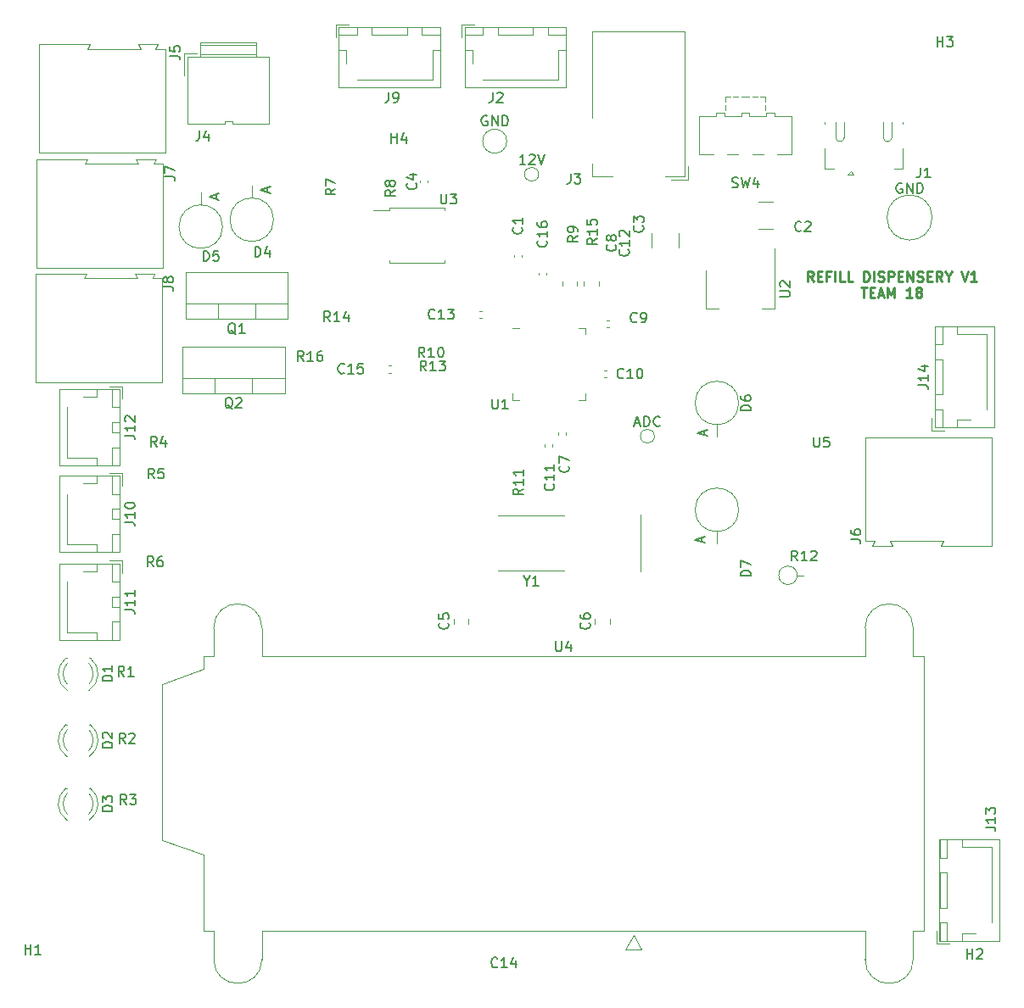
<source format=gbr>
%TF.GenerationSoftware,KiCad,Pcbnew,(6.0.7-1)-1*%
%TF.CreationDate,2022-10-11T16:14:11-05:00*%
%TF.ProjectId,Refill_Dispensary,52656669-6c6c-45f4-9469-7370656e7361,rev?*%
%TF.SameCoordinates,Original*%
%TF.FileFunction,Legend,Top*%
%TF.FilePolarity,Positive*%
%FSLAX46Y46*%
G04 Gerber Fmt 4.6, Leading zero omitted, Abs format (unit mm)*
G04 Created by KiCad (PCBNEW (6.0.7-1)-1) date 2022-10-11 16:14:11*
%MOMM*%
%LPD*%
G01*
G04 APERTURE LIST*
%ADD10C,0.250000*%
%ADD11C,0.150000*%
%ADD12C,0.120000*%
%ADD13C,0.100000*%
G04 APERTURE END LIST*
D10*
X128691666Y-101247380D02*
X128358333Y-100771190D01*
X128120238Y-101247380D02*
X128120238Y-100247380D01*
X128501190Y-100247380D01*
X128596428Y-100295000D01*
X128644047Y-100342619D01*
X128691666Y-100437857D01*
X128691666Y-100580714D01*
X128644047Y-100675952D01*
X128596428Y-100723571D01*
X128501190Y-100771190D01*
X128120238Y-100771190D01*
X129120238Y-100723571D02*
X129453571Y-100723571D01*
X129596428Y-101247380D02*
X129120238Y-101247380D01*
X129120238Y-100247380D01*
X129596428Y-100247380D01*
X130358333Y-100723571D02*
X130025000Y-100723571D01*
X130025000Y-101247380D02*
X130025000Y-100247380D01*
X130501190Y-100247380D01*
X130882142Y-101247380D02*
X130882142Y-100247380D01*
X131834523Y-101247380D02*
X131358333Y-101247380D01*
X131358333Y-100247380D01*
X132644047Y-101247380D02*
X132167857Y-101247380D01*
X132167857Y-100247380D01*
X133739285Y-101247380D02*
X133739285Y-100247380D01*
X133977380Y-100247380D01*
X134120238Y-100295000D01*
X134215476Y-100390238D01*
X134263095Y-100485476D01*
X134310714Y-100675952D01*
X134310714Y-100818809D01*
X134263095Y-101009285D01*
X134215476Y-101104523D01*
X134120238Y-101199761D01*
X133977380Y-101247380D01*
X133739285Y-101247380D01*
X134739285Y-101247380D02*
X134739285Y-100247380D01*
X135167857Y-101199761D02*
X135310714Y-101247380D01*
X135548809Y-101247380D01*
X135644047Y-101199761D01*
X135691666Y-101152142D01*
X135739285Y-101056904D01*
X135739285Y-100961666D01*
X135691666Y-100866428D01*
X135644047Y-100818809D01*
X135548809Y-100771190D01*
X135358333Y-100723571D01*
X135263095Y-100675952D01*
X135215476Y-100628333D01*
X135167857Y-100533095D01*
X135167857Y-100437857D01*
X135215476Y-100342619D01*
X135263095Y-100295000D01*
X135358333Y-100247380D01*
X135596428Y-100247380D01*
X135739285Y-100295000D01*
X136167857Y-101247380D02*
X136167857Y-100247380D01*
X136548809Y-100247380D01*
X136644047Y-100295000D01*
X136691666Y-100342619D01*
X136739285Y-100437857D01*
X136739285Y-100580714D01*
X136691666Y-100675952D01*
X136644047Y-100723571D01*
X136548809Y-100771190D01*
X136167857Y-100771190D01*
X137167857Y-100723571D02*
X137501190Y-100723571D01*
X137644047Y-101247380D02*
X137167857Y-101247380D01*
X137167857Y-100247380D01*
X137644047Y-100247380D01*
X138072619Y-101247380D02*
X138072619Y-100247380D01*
X138644047Y-101247380D01*
X138644047Y-100247380D01*
X139072619Y-101199761D02*
X139215476Y-101247380D01*
X139453571Y-101247380D01*
X139548809Y-101199761D01*
X139596428Y-101152142D01*
X139644047Y-101056904D01*
X139644047Y-100961666D01*
X139596428Y-100866428D01*
X139548809Y-100818809D01*
X139453571Y-100771190D01*
X139263095Y-100723571D01*
X139167857Y-100675952D01*
X139120238Y-100628333D01*
X139072619Y-100533095D01*
X139072619Y-100437857D01*
X139120238Y-100342619D01*
X139167857Y-100295000D01*
X139263095Y-100247380D01*
X139501190Y-100247380D01*
X139644047Y-100295000D01*
X140072619Y-100723571D02*
X140405952Y-100723571D01*
X140548809Y-101247380D02*
X140072619Y-101247380D01*
X140072619Y-100247380D01*
X140548809Y-100247380D01*
X141548809Y-101247380D02*
X141215476Y-100771190D01*
X140977380Y-101247380D02*
X140977380Y-100247380D01*
X141358333Y-100247380D01*
X141453571Y-100295000D01*
X141501190Y-100342619D01*
X141548809Y-100437857D01*
X141548809Y-100580714D01*
X141501190Y-100675952D01*
X141453571Y-100723571D01*
X141358333Y-100771190D01*
X140977380Y-100771190D01*
X142167857Y-100771190D02*
X142167857Y-101247380D01*
X141834523Y-100247380D02*
X142167857Y-100771190D01*
X142501190Y-100247380D01*
X143453571Y-100247380D02*
X143786904Y-101247380D01*
X144120238Y-100247380D01*
X144977380Y-101247380D02*
X144405952Y-101247380D01*
X144691666Y-101247380D02*
X144691666Y-100247380D01*
X144596428Y-100390238D01*
X144501190Y-100485476D01*
X144405952Y-100533095D01*
X133453571Y-101857380D02*
X134025000Y-101857380D01*
X133739285Y-102857380D02*
X133739285Y-101857380D01*
X134358333Y-102333571D02*
X134691666Y-102333571D01*
X134834523Y-102857380D02*
X134358333Y-102857380D01*
X134358333Y-101857380D01*
X134834523Y-101857380D01*
X135215476Y-102571666D02*
X135691666Y-102571666D01*
X135120238Y-102857380D02*
X135453571Y-101857380D01*
X135786904Y-102857380D01*
X136120238Y-102857380D02*
X136120238Y-101857380D01*
X136453571Y-102571666D01*
X136786904Y-101857380D01*
X136786904Y-102857380D01*
X138548809Y-102857380D02*
X137977380Y-102857380D01*
X138263095Y-102857380D02*
X138263095Y-101857380D01*
X138167857Y-102000238D01*
X138072619Y-102095476D01*
X137977380Y-102143095D01*
X139120238Y-102285952D02*
X139025000Y-102238333D01*
X138977380Y-102190714D01*
X138929761Y-102095476D01*
X138929761Y-102047857D01*
X138977380Y-101952619D01*
X139025000Y-101905000D01*
X139120238Y-101857380D01*
X139310714Y-101857380D01*
X139405952Y-101905000D01*
X139453571Y-101952619D01*
X139501190Y-102047857D01*
X139501190Y-102095476D01*
X139453571Y-102190714D01*
X139405952Y-102238333D01*
X139310714Y-102285952D01*
X139120238Y-102285952D01*
X139025000Y-102333571D01*
X138977380Y-102381190D01*
X138929761Y-102476428D01*
X138929761Y-102666904D01*
X138977380Y-102762142D01*
X139025000Y-102809761D01*
X139120238Y-102857380D01*
X139310714Y-102857380D01*
X139405952Y-102809761D01*
X139453571Y-102762142D01*
X139501190Y-102666904D01*
X139501190Y-102476428D01*
X139453571Y-102381190D01*
X139405952Y-102333571D01*
X139310714Y-102285952D01*
D11*
%TO.C,Y1*%
X100083309Y-131157190D02*
X100083309Y-131633380D01*
X99749976Y-130633380D02*
X100083309Y-131157190D01*
X100416642Y-130633380D01*
X101273785Y-131633380D02*
X100702357Y-131633380D01*
X100988071Y-131633380D02*
X100988071Y-130633380D01*
X100892833Y-130776238D01*
X100797595Y-130871476D01*
X100702357Y-130919095D01*
%TO.C,D6*%
X122450380Y-114149095D02*
X121450380Y-114149095D01*
X121450380Y-113911000D01*
X121498000Y-113768142D01*
X121593238Y-113672904D01*
X121688476Y-113625285D01*
X121878952Y-113577666D01*
X122021809Y-113577666D01*
X122212285Y-113625285D01*
X122307523Y-113672904D01*
X122402761Y-113768142D01*
X122450380Y-113911000D01*
X122450380Y-114149095D01*
X121450380Y-112720523D02*
X121450380Y-112911000D01*
X121498000Y-113006238D01*
X121545619Y-113053857D01*
X121688476Y-113149095D01*
X121878952Y-113196714D01*
X122259904Y-113196714D01*
X122355142Y-113149095D01*
X122402761Y-113101476D01*
X122450380Y-113006238D01*
X122450380Y-112815761D01*
X122402761Y-112720523D01*
X122355142Y-112672904D01*
X122259904Y-112625285D01*
X122021809Y-112625285D01*
X121926571Y-112672904D01*
X121878952Y-112720523D01*
X121831333Y-112815761D01*
X121831333Y-113006238D01*
X121878952Y-113101476D01*
X121926571Y-113149095D01*
X122021809Y-113196714D01*
X117843666Y-116609845D02*
X117843666Y-116133654D01*
X118129380Y-116705083D02*
X117129380Y-116371750D01*
X118129380Y-116038416D01*
%TO.C,C16*%
X102037142Y-97182857D02*
X102084761Y-97230476D01*
X102132380Y-97373333D01*
X102132380Y-97468571D01*
X102084761Y-97611428D01*
X101989523Y-97706666D01*
X101894285Y-97754285D01*
X101703809Y-97801904D01*
X101560952Y-97801904D01*
X101370476Y-97754285D01*
X101275238Y-97706666D01*
X101180000Y-97611428D01*
X101132380Y-97468571D01*
X101132380Y-97373333D01*
X101180000Y-97230476D01*
X101227619Y-97182857D01*
X102132380Y-96230476D02*
X102132380Y-96801904D01*
X102132380Y-96516190D02*
X101132380Y-96516190D01*
X101275238Y-96611428D01*
X101370476Y-96706666D01*
X101418095Y-96801904D01*
X101132380Y-95373333D02*
X101132380Y-95563809D01*
X101180000Y-95659047D01*
X101227619Y-95706666D01*
X101370476Y-95801904D01*
X101560952Y-95849523D01*
X101941904Y-95849523D01*
X102037142Y-95801904D01*
X102084761Y-95754285D01*
X102132380Y-95659047D01*
X102132380Y-95468571D01*
X102084761Y-95373333D01*
X102037142Y-95325714D01*
X101941904Y-95278095D01*
X101703809Y-95278095D01*
X101608571Y-95325714D01*
X101560952Y-95373333D01*
X101513333Y-95468571D01*
X101513333Y-95659047D01*
X101560952Y-95754285D01*
X101608571Y-95801904D01*
X101703809Y-95849523D01*
%TO.C,U4*%
X102998095Y-137182380D02*
X102998095Y-137991904D01*
X103045714Y-138087142D01*
X103093333Y-138134761D01*
X103188571Y-138182380D01*
X103379047Y-138182380D01*
X103474285Y-138134761D01*
X103521904Y-138087142D01*
X103569523Y-137991904D01*
X103569523Y-137182380D01*
X104474285Y-137515714D02*
X104474285Y-138182380D01*
X104236190Y-137134761D02*
X103998095Y-137849047D01*
X104617142Y-137849047D01*
%TO.C,C14*%
X97167142Y-169677142D02*
X97119523Y-169724761D01*
X96976666Y-169772380D01*
X96881428Y-169772380D01*
X96738571Y-169724761D01*
X96643333Y-169629523D01*
X96595714Y-169534285D01*
X96548095Y-169343809D01*
X96548095Y-169200952D01*
X96595714Y-169010476D01*
X96643333Y-168915238D01*
X96738571Y-168820000D01*
X96881428Y-168772380D01*
X96976666Y-168772380D01*
X97119523Y-168820000D01*
X97167142Y-168867619D01*
X98119523Y-169772380D02*
X97548095Y-169772380D01*
X97833809Y-169772380D02*
X97833809Y-168772380D01*
X97738571Y-168915238D01*
X97643333Y-169010476D01*
X97548095Y-169058095D01*
X98976666Y-169105714D02*
X98976666Y-169772380D01*
X98738571Y-168724761D02*
X98500476Y-169439047D01*
X99119523Y-169439047D01*
%TO.C,R10*%
X89887142Y-108832380D02*
X89553809Y-108356190D01*
X89315714Y-108832380D02*
X89315714Y-107832380D01*
X89696666Y-107832380D01*
X89791904Y-107880000D01*
X89839523Y-107927619D01*
X89887142Y-108022857D01*
X89887142Y-108165714D01*
X89839523Y-108260952D01*
X89791904Y-108308571D01*
X89696666Y-108356190D01*
X89315714Y-108356190D01*
X90839523Y-108832380D02*
X90268095Y-108832380D01*
X90553809Y-108832380D02*
X90553809Y-107832380D01*
X90458571Y-107975238D01*
X90363333Y-108070476D01*
X90268095Y-108118095D01*
X91458571Y-107832380D02*
X91553809Y-107832380D01*
X91649047Y-107880000D01*
X91696666Y-107927619D01*
X91744285Y-108022857D01*
X91791904Y-108213333D01*
X91791904Y-108451428D01*
X91744285Y-108641904D01*
X91696666Y-108737142D01*
X91649047Y-108784761D01*
X91553809Y-108832380D01*
X91458571Y-108832380D01*
X91363333Y-108784761D01*
X91315714Y-108737142D01*
X91268095Y-108641904D01*
X91220476Y-108451428D01*
X91220476Y-108213333D01*
X91268095Y-108022857D01*
X91315714Y-107927619D01*
X91363333Y-107880000D01*
X91458571Y-107832380D01*
%TO.C,*%
%TO.C,U5*%
X128729095Y-116800380D02*
X128729095Y-117609904D01*
X128776714Y-117705142D01*
X128824333Y-117752761D01*
X128919571Y-117800380D01*
X129110047Y-117800380D01*
X129205285Y-117752761D01*
X129252904Y-117705142D01*
X129300523Y-117609904D01*
X129300523Y-116800380D01*
X130252904Y-116800380D02*
X129776714Y-116800380D01*
X129729095Y-117276571D01*
X129776714Y-117228952D01*
X129871952Y-117181333D01*
X130110047Y-117181333D01*
X130205285Y-117228952D01*
X130252904Y-117276571D01*
X130300523Y-117371809D01*
X130300523Y-117609904D01*
X130252904Y-117705142D01*
X130205285Y-117752761D01*
X130110047Y-117800380D01*
X129871952Y-117800380D01*
X129776714Y-117752761D01*
X129729095Y-117705142D01*
%TO.C,J14*%
X139158380Y-111593523D02*
X139872666Y-111593523D01*
X140015523Y-111641142D01*
X140110761Y-111736380D01*
X140158380Y-111879238D01*
X140158380Y-111974476D01*
X140158380Y-110593523D02*
X140158380Y-111164952D01*
X140158380Y-110879238D02*
X139158380Y-110879238D01*
X139301238Y-110974476D01*
X139396476Y-111069714D01*
X139444095Y-111164952D01*
X139491714Y-109736380D02*
X140158380Y-109736380D01*
X139110761Y-109974476D02*
X139825047Y-110212571D01*
X139825047Y-109593523D01*
%TO.C,R13*%
X90067142Y-110182380D02*
X89733809Y-109706190D01*
X89495714Y-110182380D02*
X89495714Y-109182380D01*
X89876666Y-109182380D01*
X89971904Y-109230000D01*
X90019523Y-109277619D01*
X90067142Y-109372857D01*
X90067142Y-109515714D01*
X90019523Y-109610952D01*
X89971904Y-109658571D01*
X89876666Y-109706190D01*
X89495714Y-109706190D01*
X91019523Y-110182380D02*
X90448095Y-110182380D01*
X90733809Y-110182380D02*
X90733809Y-109182380D01*
X90638571Y-109325238D01*
X90543333Y-109420476D01*
X90448095Y-109468095D01*
X91352857Y-109182380D02*
X91971904Y-109182380D01*
X91638571Y-109563333D01*
X91781428Y-109563333D01*
X91876666Y-109610952D01*
X91924285Y-109658571D01*
X91971904Y-109753809D01*
X91971904Y-109991904D01*
X91924285Y-110087142D01*
X91876666Y-110134761D01*
X91781428Y-110182380D01*
X91495714Y-110182380D01*
X91400476Y-110134761D01*
X91352857Y-110087142D01*
%TO.C,J3*%
X104476666Y-90482380D02*
X104476666Y-91196666D01*
X104429047Y-91339523D01*
X104333809Y-91434761D01*
X104190952Y-91482380D01*
X104095714Y-91482380D01*
X104857619Y-90482380D02*
X105476666Y-90482380D01*
X105143333Y-90863333D01*
X105286190Y-90863333D01*
X105381428Y-90910952D01*
X105429047Y-90958571D01*
X105476666Y-91053809D01*
X105476666Y-91291904D01*
X105429047Y-91387142D01*
X105381428Y-91434761D01*
X105286190Y-91482380D01*
X105000476Y-91482380D01*
X104905238Y-91434761D01*
X104857619Y-91387142D01*
%TO.C,R14*%
X80477142Y-105252380D02*
X80143809Y-104776190D01*
X79905714Y-105252380D02*
X79905714Y-104252380D01*
X80286666Y-104252380D01*
X80381904Y-104300000D01*
X80429523Y-104347619D01*
X80477142Y-104442857D01*
X80477142Y-104585714D01*
X80429523Y-104680952D01*
X80381904Y-104728571D01*
X80286666Y-104776190D01*
X79905714Y-104776190D01*
X81429523Y-105252380D02*
X80858095Y-105252380D01*
X81143809Y-105252380D02*
X81143809Y-104252380D01*
X81048571Y-104395238D01*
X80953333Y-104490476D01*
X80858095Y-104538095D01*
X82286666Y-104585714D02*
X82286666Y-105252380D01*
X82048571Y-104204761D02*
X81810476Y-104919047D01*
X82429523Y-104919047D01*
%TO.C,R16*%
X77827142Y-109212380D02*
X77493809Y-108736190D01*
X77255714Y-109212380D02*
X77255714Y-108212380D01*
X77636666Y-108212380D01*
X77731904Y-108260000D01*
X77779523Y-108307619D01*
X77827142Y-108402857D01*
X77827142Y-108545714D01*
X77779523Y-108640952D01*
X77731904Y-108688571D01*
X77636666Y-108736190D01*
X77255714Y-108736190D01*
X78779523Y-109212380D02*
X78208095Y-109212380D01*
X78493809Y-109212380D02*
X78493809Y-108212380D01*
X78398571Y-108355238D01*
X78303333Y-108450476D01*
X78208095Y-108498095D01*
X79636666Y-108212380D02*
X79446190Y-108212380D01*
X79350952Y-108260000D01*
X79303333Y-108307619D01*
X79208095Y-108450476D01*
X79160476Y-108640952D01*
X79160476Y-109021904D01*
X79208095Y-109117142D01*
X79255714Y-109164761D01*
X79350952Y-109212380D01*
X79541428Y-109212380D01*
X79636666Y-109164761D01*
X79684285Y-109117142D01*
X79731904Y-109021904D01*
X79731904Y-108783809D01*
X79684285Y-108688571D01*
X79636666Y-108640952D01*
X79541428Y-108593333D01*
X79350952Y-108593333D01*
X79255714Y-108640952D01*
X79208095Y-108688571D01*
X79160476Y-108783809D01*
%TO.C,ADC*%
X110902904Y-115431666D02*
X111379095Y-115431666D01*
X110807666Y-115717380D02*
X111141000Y-114717380D01*
X111474333Y-115717380D01*
X111807666Y-115717380D02*
X111807666Y-114717380D01*
X112045761Y-114717380D01*
X112188619Y-114765000D01*
X112283857Y-114860238D01*
X112331476Y-114955476D01*
X112379095Y-115145952D01*
X112379095Y-115288809D01*
X112331476Y-115479285D01*
X112283857Y-115574523D01*
X112188619Y-115669761D01*
X112045761Y-115717380D01*
X111807666Y-115717380D01*
X113379095Y-115622142D02*
X113331476Y-115669761D01*
X113188619Y-115717380D01*
X113093380Y-115717380D01*
X112950523Y-115669761D01*
X112855285Y-115574523D01*
X112807666Y-115479285D01*
X112760047Y-115288809D01*
X112760047Y-115145952D01*
X112807666Y-114955476D01*
X112855285Y-114860238D01*
X112950523Y-114765000D01*
X113093380Y-114717380D01*
X113188619Y-114717380D01*
X113331476Y-114765000D01*
X113379095Y-114812619D01*
%TO.C,GND*%
X137541095Y-91471000D02*
X137445857Y-91423380D01*
X137303000Y-91423380D01*
X137160142Y-91471000D01*
X137064904Y-91566238D01*
X137017285Y-91661476D01*
X136969666Y-91851952D01*
X136969666Y-91994809D01*
X137017285Y-92185285D01*
X137064904Y-92280523D01*
X137160142Y-92375761D01*
X137303000Y-92423380D01*
X137398238Y-92423380D01*
X137541095Y-92375761D01*
X137588714Y-92328142D01*
X137588714Y-91994809D01*
X137398238Y-91994809D01*
X138017285Y-92423380D02*
X138017285Y-91423380D01*
X138588714Y-92423380D01*
X138588714Y-91423380D01*
X139064904Y-92423380D02*
X139064904Y-91423380D01*
X139303000Y-91423380D01*
X139445857Y-91471000D01*
X139541095Y-91566238D01*
X139588714Y-91661476D01*
X139636333Y-91851952D01*
X139636333Y-91994809D01*
X139588714Y-92185285D01*
X139541095Y-92280523D01*
X139445857Y-92375761D01*
X139303000Y-92423380D01*
X139064904Y-92423380D01*
%TO.C,R7*%
X81004380Y-91987666D02*
X80528190Y-92321000D01*
X81004380Y-92559095D02*
X80004380Y-92559095D01*
X80004380Y-92178142D01*
X80052000Y-92082904D01*
X80099619Y-92035285D01*
X80194857Y-91987666D01*
X80337714Y-91987666D01*
X80432952Y-92035285D01*
X80480571Y-92082904D01*
X80528190Y-92178142D01*
X80528190Y-92559095D01*
X80004380Y-91654333D02*
X80004380Y-90987666D01*
X81004380Y-91416238D01*
%TO.C,J4*%
X67426666Y-86212380D02*
X67426666Y-86926666D01*
X67379047Y-87069523D01*
X67283809Y-87164761D01*
X67140952Y-87212380D01*
X67045714Y-87212380D01*
X68331428Y-86545714D02*
X68331428Y-87212380D01*
X68093333Y-86164761D02*
X67855238Y-86879047D01*
X68474285Y-86879047D01*
%TO.C,*%
%TO.C,D5*%
X67831904Y-99202380D02*
X67831904Y-98202380D01*
X68070000Y-98202380D01*
X68212857Y-98250000D01*
X68308095Y-98345238D01*
X68355714Y-98440476D01*
X68403333Y-98630952D01*
X68403333Y-98773809D01*
X68355714Y-98964285D01*
X68308095Y-99059523D01*
X68212857Y-99154761D01*
X68070000Y-99202380D01*
X67831904Y-99202380D01*
X69308095Y-98202380D02*
X68831904Y-98202380D01*
X68784285Y-98678571D01*
X68831904Y-98630952D01*
X68927142Y-98583333D01*
X69165238Y-98583333D01*
X69260476Y-98630952D01*
X69308095Y-98678571D01*
X69355714Y-98773809D01*
X69355714Y-99011904D01*
X69308095Y-99107142D01*
X69260476Y-99154761D01*
X69165238Y-99202380D01*
X68927142Y-99202380D01*
X68831904Y-99154761D01*
X68784285Y-99107142D01*
X69126666Y-93038146D02*
X69126666Y-92561955D01*
X69412380Y-93133384D02*
X68412380Y-92800051D01*
X69412380Y-92466717D01*
%TO.C,C15*%
X81877142Y-110367142D02*
X81829523Y-110414761D01*
X81686666Y-110462380D01*
X81591428Y-110462380D01*
X81448571Y-110414761D01*
X81353333Y-110319523D01*
X81305714Y-110224285D01*
X81258095Y-110033809D01*
X81258095Y-109890952D01*
X81305714Y-109700476D01*
X81353333Y-109605238D01*
X81448571Y-109510000D01*
X81591428Y-109462380D01*
X81686666Y-109462380D01*
X81829523Y-109510000D01*
X81877142Y-109557619D01*
X82829523Y-110462380D02*
X82258095Y-110462380D01*
X82543809Y-110462380D02*
X82543809Y-109462380D01*
X82448571Y-109605238D01*
X82353333Y-109700476D01*
X82258095Y-109748095D01*
X83734285Y-109462380D02*
X83258095Y-109462380D01*
X83210476Y-109938571D01*
X83258095Y-109890952D01*
X83353333Y-109843333D01*
X83591428Y-109843333D01*
X83686666Y-109890952D01*
X83734285Y-109938571D01*
X83781904Y-110033809D01*
X83781904Y-110271904D01*
X83734285Y-110367142D01*
X83686666Y-110414761D01*
X83591428Y-110462380D01*
X83353333Y-110462380D01*
X83258095Y-110414761D01*
X83210476Y-110367142D01*
%TO.C,R8*%
X86973380Y-92114666D02*
X86497190Y-92448000D01*
X86973380Y-92686095D02*
X85973380Y-92686095D01*
X85973380Y-92305142D01*
X86021000Y-92209904D01*
X86068619Y-92162285D01*
X86163857Y-92114666D01*
X86306714Y-92114666D01*
X86401952Y-92162285D01*
X86449571Y-92209904D01*
X86497190Y-92305142D01*
X86497190Y-92686095D01*
X86401952Y-91543238D02*
X86354333Y-91638476D01*
X86306714Y-91686095D01*
X86211476Y-91733714D01*
X86163857Y-91733714D01*
X86068619Y-91686095D01*
X86021000Y-91638476D01*
X85973380Y-91543238D01*
X85973380Y-91352761D01*
X86021000Y-91257523D01*
X86068619Y-91209904D01*
X86163857Y-91162285D01*
X86211476Y-91162285D01*
X86306714Y-91209904D01*
X86354333Y-91257523D01*
X86401952Y-91352761D01*
X86401952Y-91543238D01*
X86449571Y-91638476D01*
X86497190Y-91686095D01*
X86592428Y-91733714D01*
X86782904Y-91733714D01*
X86878142Y-91686095D01*
X86925761Y-91638476D01*
X86973380Y-91543238D01*
X86973380Y-91352761D01*
X86925761Y-91257523D01*
X86878142Y-91209904D01*
X86782904Y-91162285D01*
X86592428Y-91162285D01*
X86497190Y-91209904D01*
X86449571Y-91257523D01*
X86401952Y-91352761D01*
%TO.C,R1*%
X59925333Y-140677380D02*
X59592000Y-140201190D01*
X59353904Y-140677380D02*
X59353904Y-139677380D01*
X59734857Y-139677380D01*
X59830095Y-139725000D01*
X59877714Y-139772619D01*
X59925333Y-139867857D01*
X59925333Y-140010714D01*
X59877714Y-140105952D01*
X59830095Y-140153571D01*
X59734857Y-140201190D01*
X59353904Y-140201190D01*
X60877714Y-140677380D02*
X60306285Y-140677380D01*
X60592000Y-140677380D02*
X60592000Y-139677380D01*
X60496761Y-139820238D01*
X60401523Y-139915476D01*
X60306285Y-139963095D01*
%TO.C,J7*%
X63992380Y-90763333D02*
X64706666Y-90763333D01*
X64849523Y-90810952D01*
X64944761Y-90906190D01*
X64992380Y-91049047D01*
X64992380Y-91144285D01*
X63992380Y-90382380D02*
X63992380Y-89715714D01*
X64992380Y-90144285D01*
%TO.C,J9*%
X86310666Y-82386380D02*
X86310666Y-83100666D01*
X86263047Y-83243523D01*
X86167809Y-83338761D01*
X86024952Y-83386380D01*
X85929714Y-83386380D01*
X86834476Y-83386380D02*
X87024952Y-83386380D01*
X87120190Y-83338761D01*
X87167809Y-83291142D01*
X87263047Y-83148285D01*
X87310666Y-82957809D01*
X87310666Y-82576857D01*
X87263047Y-82481619D01*
X87215428Y-82434000D01*
X87120190Y-82386380D01*
X86929714Y-82386380D01*
X86834476Y-82434000D01*
X86786857Y-82481619D01*
X86739238Y-82576857D01*
X86739238Y-82814952D01*
X86786857Y-82910190D01*
X86834476Y-82957809D01*
X86929714Y-83005428D01*
X87120190Y-83005428D01*
X87215428Y-82957809D01*
X87263047Y-82910190D01*
X87310666Y-82814952D01*
%TO.C,*%
%TO.C,U2*%
X125364380Y-102777404D02*
X126173904Y-102777404D01*
X126269142Y-102729785D01*
X126316761Y-102682166D01*
X126364380Y-102586928D01*
X126364380Y-102396452D01*
X126316761Y-102301214D01*
X126269142Y-102253595D01*
X126173904Y-102205976D01*
X125364380Y-102205976D01*
X125459619Y-101777404D02*
X125412000Y-101729785D01*
X125364380Y-101634547D01*
X125364380Y-101396452D01*
X125412000Y-101301214D01*
X125459619Y-101253595D01*
X125554857Y-101205976D01*
X125650095Y-101205976D01*
X125792952Y-101253595D01*
X126364380Y-101825023D01*
X126364380Y-101205976D01*
%TO.C,R2*%
X60031333Y-147370880D02*
X59698000Y-146894690D01*
X59459904Y-147370880D02*
X59459904Y-146370880D01*
X59840857Y-146370880D01*
X59936095Y-146418500D01*
X59983714Y-146466119D01*
X60031333Y-146561357D01*
X60031333Y-146704214D01*
X59983714Y-146799452D01*
X59936095Y-146847071D01*
X59840857Y-146894690D01*
X59459904Y-146894690D01*
X60412285Y-146466119D02*
X60459904Y-146418500D01*
X60555142Y-146370880D01*
X60793238Y-146370880D01*
X60888476Y-146418500D01*
X60936095Y-146466119D01*
X60983714Y-146561357D01*
X60983714Y-146656595D01*
X60936095Y-146799452D01*
X60364666Y-147370880D01*
X60983714Y-147370880D01*
%TO.C,J8*%
X63817380Y-101783333D02*
X64531666Y-101783333D01*
X64674523Y-101830952D01*
X64769761Y-101926190D01*
X64817380Y-102069047D01*
X64817380Y-102164285D01*
X64245952Y-101164285D02*
X64198333Y-101259523D01*
X64150714Y-101307142D01*
X64055476Y-101354761D01*
X64007857Y-101354761D01*
X63912619Y-101307142D01*
X63865000Y-101259523D01*
X63817380Y-101164285D01*
X63817380Y-100973809D01*
X63865000Y-100878571D01*
X63912619Y-100830952D01*
X64007857Y-100783333D01*
X64055476Y-100783333D01*
X64150714Y-100830952D01*
X64198333Y-100878571D01*
X64245952Y-100973809D01*
X64245952Y-101164285D01*
X64293571Y-101259523D01*
X64341190Y-101307142D01*
X64436428Y-101354761D01*
X64626904Y-101354761D01*
X64722142Y-101307142D01*
X64769761Y-101259523D01*
X64817380Y-101164285D01*
X64817380Y-100973809D01*
X64769761Y-100878571D01*
X64722142Y-100830952D01*
X64626904Y-100783333D01*
X64436428Y-100783333D01*
X64341190Y-100830952D01*
X64293571Y-100878571D01*
X64245952Y-100973809D01*
%TO.C,D3*%
X58737380Y-154158095D02*
X57737380Y-154158095D01*
X57737380Y-153920000D01*
X57785000Y-153777142D01*
X57880238Y-153681904D01*
X57975476Y-153634285D01*
X58165952Y-153586666D01*
X58308809Y-153586666D01*
X58499285Y-153634285D01*
X58594523Y-153681904D01*
X58689761Y-153777142D01*
X58737380Y-153920000D01*
X58737380Y-154158095D01*
X57737380Y-153253333D02*
X57737380Y-152634285D01*
X58118333Y-152967619D01*
X58118333Y-152824761D01*
X58165952Y-152729523D01*
X58213571Y-152681904D01*
X58308809Y-152634285D01*
X58546904Y-152634285D01*
X58642142Y-152681904D01*
X58689761Y-152729523D01*
X58737380Y-152824761D01*
X58737380Y-153110476D01*
X58689761Y-153205714D01*
X58642142Y-153253333D01*
%TO.C,R3*%
X60158333Y-153487380D02*
X59825000Y-153011190D01*
X59586904Y-153487380D02*
X59586904Y-152487380D01*
X59967857Y-152487380D01*
X60063095Y-152535000D01*
X60110714Y-152582619D01*
X60158333Y-152677857D01*
X60158333Y-152820714D01*
X60110714Y-152915952D01*
X60063095Y-152963571D01*
X59967857Y-153011190D01*
X59586904Y-153011190D01*
X60491666Y-152487380D02*
X61110714Y-152487380D01*
X60777380Y-152868333D01*
X60920238Y-152868333D01*
X61015476Y-152915952D01*
X61063095Y-152963571D01*
X61110714Y-153058809D01*
X61110714Y-153296904D01*
X61063095Y-153392142D01*
X61015476Y-153439761D01*
X60920238Y-153487380D01*
X60634523Y-153487380D01*
X60539285Y-153439761D01*
X60491666Y-153392142D01*
%TO.C,D1*%
X58737380Y-141178095D02*
X57737380Y-141178095D01*
X57737380Y-140940000D01*
X57785000Y-140797142D01*
X57880238Y-140701904D01*
X57975476Y-140654285D01*
X58165952Y-140606666D01*
X58308809Y-140606666D01*
X58499285Y-140654285D01*
X58594523Y-140701904D01*
X58689761Y-140797142D01*
X58737380Y-140940000D01*
X58737380Y-141178095D01*
X58737380Y-139654285D02*
X58737380Y-140225714D01*
X58737380Y-139940000D02*
X57737380Y-139940000D01*
X57880238Y-140035238D01*
X57975476Y-140130476D01*
X58023095Y-140225714D01*
%TO.C,*%
%TO.C,H3*%
X141048095Y-77782380D02*
X141048095Y-76782380D01*
X141048095Y-77258571D02*
X141619523Y-77258571D01*
X141619523Y-77782380D02*
X141619523Y-76782380D01*
X142000476Y-76782380D02*
X142619523Y-76782380D01*
X142286190Y-77163333D01*
X142429047Y-77163333D01*
X142524285Y-77210952D01*
X142571904Y-77258571D01*
X142619523Y-77353809D01*
X142619523Y-77591904D01*
X142571904Y-77687142D01*
X142524285Y-77734761D01*
X142429047Y-77782380D01*
X142143333Y-77782380D01*
X142048095Y-77734761D01*
X142000476Y-77687142D01*
%TO.C,D2*%
X58737380Y-147808095D02*
X57737380Y-147808095D01*
X57737380Y-147570000D01*
X57785000Y-147427142D01*
X57880238Y-147331904D01*
X57975476Y-147284285D01*
X58165952Y-147236666D01*
X58308809Y-147236666D01*
X58499285Y-147284285D01*
X58594523Y-147331904D01*
X58689761Y-147427142D01*
X58737380Y-147570000D01*
X58737380Y-147808095D01*
X57832619Y-146855714D02*
X57785000Y-146808095D01*
X57737380Y-146712857D01*
X57737380Y-146474761D01*
X57785000Y-146379523D01*
X57832619Y-146331904D01*
X57927857Y-146284285D01*
X58023095Y-146284285D01*
X58165952Y-146331904D01*
X58737380Y-146903333D01*
X58737380Y-146284285D01*
%TO.C,C6*%
X106324142Y-135355666D02*
X106371761Y-135403285D01*
X106419380Y-135546142D01*
X106419380Y-135641380D01*
X106371761Y-135784238D01*
X106276523Y-135879476D01*
X106181285Y-135927095D01*
X105990809Y-135974714D01*
X105847952Y-135974714D01*
X105657476Y-135927095D01*
X105562238Y-135879476D01*
X105467000Y-135784238D01*
X105419380Y-135641380D01*
X105419380Y-135546142D01*
X105467000Y-135403285D01*
X105514619Y-135355666D01*
X105419380Y-134498523D02*
X105419380Y-134689000D01*
X105467000Y-134784238D01*
X105514619Y-134831857D01*
X105657476Y-134927095D01*
X105847952Y-134974714D01*
X106228904Y-134974714D01*
X106324142Y-134927095D01*
X106371761Y-134879476D01*
X106419380Y-134784238D01*
X106419380Y-134593761D01*
X106371761Y-134498523D01*
X106324142Y-134450904D01*
X106228904Y-134403285D01*
X105990809Y-134403285D01*
X105895571Y-134450904D01*
X105847952Y-134498523D01*
X105800333Y-134593761D01*
X105800333Y-134784238D01*
X105847952Y-134879476D01*
X105895571Y-134927095D01*
X105990809Y-134974714D01*
%TO.C,R12*%
X127119642Y-129142380D02*
X126786309Y-128666190D01*
X126548214Y-129142380D02*
X126548214Y-128142380D01*
X126929166Y-128142380D01*
X127024404Y-128190000D01*
X127072023Y-128237619D01*
X127119642Y-128332857D01*
X127119642Y-128475714D01*
X127072023Y-128570952D01*
X127024404Y-128618571D01*
X126929166Y-128666190D01*
X126548214Y-128666190D01*
X128072023Y-129142380D02*
X127500595Y-129142380D01*
X127786309Y-129142380D02*
X127786309Y-128142380D01*
X127691071Y-128285238D01*
X127595833Y-128380476D01*
X127500595Y-128428095D01*
X128452976Y-128237619D02*
X128500595Y-128190000D01*
X128595833Y-128142380D01*
X128833928Y-128142380D01*
X128929166Y-128190000D01*
X128976785Y-128237619D01*
X129024404Y-128332857D01*
X129024404Y-128428095D01*
X128976785Y-128570952D01*
X128405357Y-129142380D01*
X129024404Y-129142380D01*
%TO.C,J12*%
X59977380Y-116629523D02*
X60691666Y-116629523D01*
X60834523Y-116677142D01*
X60929761Y-116772380D01*
X60977380Y-116915238D01*
X60977380Y-117010476D01*
X60977380Y-115629523D02*
X60977380Y-116200952D01*
X60977380Y-115915238D02*
X59977380Y-115915238D01*
X60120238Y-116010476D01*
X60215476Y-116105714D01*
X60263095Y-116200952D01*
X60072619Y-115248571D02*
X60025000Y-115200952D01*
X59977380Y-115105714D01*
X59977380Y-114867619D01*
X60025000Y-114772380D01*
X60072619Y-114724761D01*
X60167857Y-114677142D01*
X60263095Y-114677142D01*
X60405952Y-114724761D01*
X60977380Y-115296190D01*
X60977380Y-114677142D01*
%TO.C,H4*%
X86588095Y-87422380D02*
X86588095Y-86422380D01*
X86588095Y-86898571D02*
X87159523Y-86898571D01*
X87159523Y-87422380D02*
X87159523Y-86422380D01*
X88064285Y-86755714D02*
X88064285Y-87422380D01*
X87826190Y-86374761D02*
X87588095Y-87089047D01*
X88207142Y-87089047D01*
%TO.C,H1*%
X50038095Y-168452380D02*
X50038095Y-167452380D01*
X50038095Y-167928571D02*
X50609523Y-167928571D01*
X50609523Y-168452380D02*
X50609523Y-167452380D01*
X51609523Y-168452380D02*
X51038095Y-168452380D01*
X51323809Y-168452380D02*
X51323809Y-167452380D01*
X51228571Y-167595238D01*
X51133333Y-167690476D01*
X51038095Y-167738095D01*
%TO.C,C4*%
X89027142Y-91446666D02*
X89074761Y-91494285D01*
X89122380Y-91637142D01*
X89122380Y-91732380D01*
X89074761Y-91875238D01*
X88979523Y-91970476D01*
X88884285Y-92018095D01*
X88693809Y-92065714D01*
X88550952Y-92065714D01*
X88360476Y-92018095D01*
X88265238Y-91970476D01*
X88170000Y-91875238D01*
X88122380Y-91732380D01*
X88122380Y-91637142D01*
X88170000Y-91494285D01*
X88217619Y-91446666D01*
X88455714Y-90589523D02*
X89122380Y-90589523D01*
X88074761Y-90827619D02*
X88789047Y-91065714D01*
X88789047Y-90446666D01*
%TO.C,12V*%
X99964952Y-89555380D02*
X99393523Y-89555380D01*
X99679238Y-89555380D02*
X99679238Y-88555380D01*
X99584000Y-88698238D01*
X99488761Y-88793476D01*
X99393523Y-88841095D01*
X100345904Y-88650619D02*
X100393523Y-88603000D01*
X100488761Y-88555380D01*
X100726857Y-88555380D01*
X100822095Y-88603000D01*
X100869714Y-88650619D01*
X100917333Y-88745857D01*
X100917333Y-88841095D01*
X100869714Y-88983952D01*
X100298285Y-89555380D01*
X100917333Y-89555380D01*
X101203047Y-88555380D02*
X101536380Y-89555380D01*
X101869714Y-88555380D01*
%TO.C,C5*%
X92227142Y-135355666D02*
X92274761Y-135403285D01*
X92322380Y-135546142D01*
X92322380Y-135641380D01*
X92274761Y-135784238D01*
X92179523Y-135879476D01*
X92084285Y-135927095D01*
X91893809Y-135974714D01*
X91750952Y-135974714D01*
X91560476Y-135927095D01*
X91465238Y-135879476D01*
X91370000Y-135784238D01*
X91322380Y-135641380D01*
X91322380Y-135546142D01*
X91370000Y-135403285D01*
X91417619Y-135355666D01*
X91322380Y-134450904D02*
X91322380Y-134927095D01*
X91798571Y-134974714D01*
X91750952Y-134927095D01*
X91703333Y-134831857D01*
X91703333Y-134593761D01*
X91750952Y-134498523D01*
X91798571Y-134450904D01*
X91893809Y-134403285D01*
X92131904Y-134403285D01*
X92227142Y-134450904D01*
X92274761Y-134498523D01*
X92322380Y-134593761D01*
X92322380Y-134831857D01*
X92274761Y-134927095D01*
X92227142Y-134974714D01*
%TO.C,J1*%
X139366666Y-89876380D02*
X139366666Y-90590666D01*
X139319047Y-90733523D01*
X139223809Y-90828761D01*
X139080952Y-90876380D01*
X138985714Y-90876380D01*
X140366666Y-90876380D02*
X139795238Y-90876380D01*
X140080952Y-90876380D02*
X140080952Y-89876380D01*
X139985714Y-90019238D01*
X139890476Y-90114476D01*
X139795238Y-90162095D01*
%TO.C,R11*%
X99732380Y-121963857D02*
X99256190Y-122297190D01*
X99732380Y-122535285D02*
X98732380Y-122535285D01*
X98732380Y-122154333D01*
X98780000Y-122059095D01*
X98827619Y-122011476D01*
X98922857Y-121963857D01*
X99065714Y-121963857D01*
X99160952Y-122011476D01*
X99208571Y-122059095D01*
X99256190Y-122154333D01*
X99256190Y-122535285D01*
X99732380Y-121011476D02*
X99732380Y-121582904D01*
X99732380Y-121297190D02*
X98732380Y-121297190D01*
X98875238Y-121392428D01*
X98970476Y-121487666D01*
X99018095Y-121582904D01*
X99732380Y-120059095D02*
X99732380Y-120630523D01*
X99732380Y-120344809D02*
X98732380Y-120344809D01*
X98875238Y-120440047D01*
X98970476Y-120535285D01*
X99018095Y-120630523D01*
%TO.C,J11*%
X59977380Y-134059523D02*
X60691666Y-134059523D01*
X60834523Y-134107142D01*
X60929761Y-134202380D01*
X60977380Y-134345238D01*
X60977380Y-134440476D01*
X60977380Y-133059523D02*
X60977380Y-133630952D01*
X60977380Y-133345238D02*
X59977380Y-133345238D01*
X60120238Y-133440476D01*
X60215476Y-133535714D01*
X60263095Y-133630952D01*
X60977380Y-132107142D02*
X60977380Y-132678571D01*
X60977380Y-132392857D02*
X59977380Y-132392857D01*
X60120238Y-132488095D01*
X60215476Y-132583333D01*
X60263095Y-132678571D01*
%TO.C,GND*%
X96139095Y-84751000D02*
X96043857Y-84703380D01*
X95901000Y-84703380D01*
X95758142Y-84751000D01*
X95662904Y-84846238D01*
X95615285Y-84941476D01*
X95567666Y-85131952D01*
X95567666Y-85274809D01*
X95615285Y-85465285D01*
X95662904Y-85560523D01*
X95758142Y-85655761D01*
X95901000Y-85703380D01*
X95996238Y-85703380D01*
X96139095Y-85655761D01*
X96186714Y-85608142D01*
X96186714Y-85274809D01*
X95996238Y-85274809D01*
X96615285Y-85703380D02*
X96615285Y-84703380D01*
X97186714Y-85703380D01*
X97186714Y-84703380D01*
X97662904Y-85703380D02*
X97662904Y-84703380D01*
X97901000Y-84703380D01*
X98043857Y-84751000D01*
X98139095Y-84846238D01*
X98186714Y-84941476D01*
X98234333Y-85131952D01*
X98234333Y-85274809D01*
X98186714Y-85465285D01*
X98139095Y-85560523D01*
X98043857Y-85655761D01*
X97901000Y-85703380D01*
X97662904Y-85703380D01*
%TO.C,U1*%
X96647095Y-112990380D02*
X96647095Y-113799904D01*
X96694714Y-113895142D01*
X96742333Y-113942761D01*
X96837571Y-113990380D01*
X97028047Y-113990380D01*
X97123285Y-113942761D01*
X97170904Y-113895142D01*
X97218523Y-113799904D01*
X97218523Y-112990380D01*
X98218523Y-113990380D02*
X97647095Y-113990380D01*
X97932809Y-113990380D02*
X97932809Y-112990380D01*
X97837571Y-113133238D01*
X97742333Y-113228476D01*
X97647095Y-113276095D01*
%TO.C,*%
%TO.C,R9*%
X105182380Y-96726666D02*
X104706190Y-97060000D01*
X105182380Y-97298095D02*
X104182380Y-97298095D01*
X104182380Y-96917142D01*
X104230000Y-96821904D01*
X104277619Y-96774285D01*
X104372857Y-96726666D01*
X104515714Y-96726666D01*
X104610952Y-96774285D01*
X104658571Y-96821904D01*
X104706190Y-96917142D01*
X104706190Y-97298095D01*
X105182380Y-96250476D02*
X105182380Y-96060000D01*
X105134761Y-95964761D01*
X105087142Y-95917142D01*
X104944285Y-95821904D01*
X104753809Y-95774285D01*
X104372857Y-95774285D01*
X104277619Y-95821904D01*
X104230000Y-95869523D01*
X104182380Y-95964761D01*
X104182380Y-96155238D01*
X104230000Y-96250476D01*
X104277619Y-96298095D01*
X104372857Y-96345714D01*
X104610952Y-96345714D01*
X104706190Y-96298095D01*
X104753809Y-96250476D01*
X104801428Y-96155238D01*
X104801428Y-95964761D01*
X104753809Y-95869523D01*
X104706190Y-95821904D01*
X104610952Y-95774285D01*
%TO.C,C8*%
X108937142Y-97576666D02*
X108984761Y-97624285D01*
X109032380Y-97767142D01*
X109032380Y-97862380D01*
X108984761Y-98005238D01*
X108889523Y-98100476D01*
X108794285Y-98148095D01*
X108603809Y-98195714D01*
X108460952Y-98195714D01*
X108270476Y-98148095D01*
X108175238Y-98100476D01*
X108080000Y-98005238D01*
X108032380Y-97862380D01*
X108032380Y-97767142D01*
X108080000Y-97624285D01*
X108127619Y-97576666D01*
X108460952Y-97005238D02*
X108413333Y-97100476D01*
X108365714Y-97148095D01*
X108270476Y-97195714D01*
X108222857Y-97195714D01*
X108127619Y-97148095D01*
X108080000Y-97100476D01*
X108032380Y-97005238D01*
X108032380Y-96814761D01*
X108080000Y-96719523D01*
X108127619Y-96671904D01*
X108222857Y-96624285D01*
X108270476Y-96624285D01*
X108365714Y-96671904D01*
X108413333Y-96719523D01*
X108460952Y-96814761D01*
X108460952Y-97005238D01*
X108508571Y-97100476D01*
X108556190Y-97148095D01*
X108651428Y-97195714D01*
X108841904Y-97195714D01*
X108937142Y-97148095D01*
X108984761Y-97100476D01*
X109032380Y-97005238D01*
X109032380Y-96814761D01*
X108984761Y-96719523D01*
X108937142Y-96671904D01*
X108841904Y-96624285D01*
X108651428Y-96624285D01*
X108556190Y-96671904D01*
X108508571Y-96719523D01*
X108460952Y-96814761D01*
%TO.C,SW4*%
X120586666Y-91828261D02*
X120729523Y-91875880D01*
X120967619Y-91875880D01*
X121062857Y-91828261D01*
X121110476Y-91780642D01*
X121158095Y-91685404D01*
X121158095Y-91590166D01*
X121110476Y-91494928D01*
X121062857Y-91447309D01*
X120967619Y-91399690D01*
X120777142Y-91352071D01*
X120681904Y-91304452D01*
X120634285Y-91256833D01*
X120586666Y-91161595D01*
X120586666Y-91066357D01*
X120634285Y-90971119D01*
X120681904Y-90923500D01*
X120777142Y-90875880D01*
X121015238Y-90875880D01*
X121158095Y-90923500D01*
X121491428Y-90875880D02*
X121729523Y-91875880D01*
X121920000Y-91161595D01*
X122110476Y-91875880D01*
X122348571Y-90875880D01*
X123158095Y-91209214D02*
X123158095Y-91875880D01*
X122920000Y-90828261D02*
X122681904Y-91542547D01*
X123300952Y-91542547D01*
%TO.C,Q2*%
X70734761Y-113982619D02*
X70639523Y-113935000D01*
X70544285Y-113839761D01*
X70401428Y-113696904D01*
X70306190Y-113649285D01*
X70210952Y-113649285D01*
X70258571Y-113887380D02*
X70163333Y-113839761D01*
X70068095Y-113744523D01*
X70020476Y-113554047D01*
X70020476Y-113220714D01*
X70068095Y-113030238D01*
X70163333Y-112935000D01*
X70258571Y-112887380D01*
X70449047Y-112887380D01*
X70544285Y-112935000D01*
X70639523Y-113030238D01*
X70687142Y-113220714D01*
X70687142Y-113554047D01*
X70639523Y-113744523D01*
X70544285Y-113839761D01*
X70449047Y-113887380D01*
X70258571Y-113887380D01*
X71068095Y-112982619D02*
X71115714Y-112935000D01*
X71210952Y-112887380D01*
X71449047Y-112887380D01*
X71544285Y-112935000D01*
X71591904Y-112982619D01*
X71639523Y-113077857D01*
X71639523Y-113173095D01*
X71591904Y-113315952D01*
X71020476Y-113887380D01*
X71639523Y-113887380D01*
%TO.C,C11*%
X102754142Y-121485857D02*
X102801761Y-121533476D01*
X102849380Y-121676333D01*
X102849380Y-121771571D01*
X102801761Y-121914428D01*
X102706523Y-122009666D01*
X102611285Y-122057285D01*
X102420809Y-122104904D01*
X102277952Y-122104904D01*
X102087476Y-122057285D01*
X101992238Y-122009666D01*
X101897000Y-121914428D01*
X101849380Y-121771571D01*
X101849380Y-121676333D01*
X101897000Y-121533476D01*
X101944619Y-121485857D01*
X102849380Y-120533476D02*
X102849380Y-121104904D01*
X102849380Y-120819190D02*
X101849380Y-120819190D01*
X101992238Y-120914428D01*
X102087476Y-121009666D01*
X102135095Y-121104904D01*
X102849380Y-119581095D02*
X102849380Y-120152523D01*
X102849380Y-119866809D02*
X101849380Y-119866809D01*
X101992238Y-119962047D01*
X102087476Y-120057285D01*
X102135095Y-120152523D01*
%TO.C,C10*%
X109748142Y-110847142D02*
X109700523Y-110894761D01*
X109557666Y-110942380D01*
X109462428Y-110942380D01*
X109319571Y-110894761D01*
X109224333Y-110799523D01*
X109176714Y-110704285D01*
X109129095Y-110513809D01*
X109129095Y-110370952D01*
X109176714Y-110180476D01*
X109224333Y-110085238D01*
X109319571Y-109990000D01*
X109462428Y-109942380D01*
X109557666Y-109942380D01*
X109700523Y-109990000D01*
X109748142Y-110037619D01*
X110700523Y-110942380D02*
X110129095Y-110942380D01*
X110414809Y-110942380D02*
X110414809Y-109942380D01*
X110319571Y-110085238D01*
X110224333Y-110180476D01*
X110129095Y-110228095D01*
X111319571Y-109942380D02*
X111414809Y-109942380D01*
X111510047Y-109990000D01*
X111557666Y-110037619D01*
X111605285Y-110132857D01*
X111652904Y-110323333D01*
X111652904Y-110561428D01*
X111605285Y-110751904D01*
X111557666Y-110847142D01*
X111510047Y-110894761D01*
X111414809Y-110942380D01*
X111319571Y-110942380D01*
X111224333Y-110894761D01*
X111176714Y-110847142D01*
X111129095Y-110751904D01*
X111081476Y-110561428D01*
X111081476Y-110323333D01*
X111129095Y-110132857D01*
X111176714Y-110037619D01*
X111224333Y-109990000D01*
X111319571Y-109942380D01*
%TO.C,D4*%
X72991904Y-98782380D02*
X72991904Y-97782380D01*
X73230000Y-97782380D01*
X73372857Y-97830000D01*
X73468095Y-97925238D01*
X73515714Y-98020476D01*
X73563333Y-98210952D01*
X73563333Y-98353809D01*
X73515714Y-98544285D01*
X73468095Y-98639523D01*
X73372857Y-98734761D01*
X73230000Y-98782380D01*
X72991904Y-98782380D01*
X74420476Y-98115714D02*
X74420476Y-98782380D01*
X74182380Y-97734761D02*
X73944285Y-98449047D01*
X74563333Y-98449047D01*
X74216666Y-92348095D02*
X74216666Y-91871904D01*
X74502380Y-92443333D02*
X73502380Y-92110000D01*
X74502380Y-91776666D01*
%TO.C,C12*%
X110217142Y-98072857D02*
X110264761Y-98120476D01*
X110312380Y-98263333D01*
X110312380Y-98358571D01*
X110264761Y-98501428D01*
X110169523Y-98596666D01*
X110074285Y-98644285D01*
X109883809Y-98691904D01*
X109740952Y-98691904D01*
X109550476Y-98644285D01*
X109455238Y-98596666D01*
X109360000Y-98501428D01*
X109312380Y-98358571D01*
X109312380Y-98263333D01*
X109360000Y-98120476D01*
X109407619Y-98072857D01*
X110312380Y-97120476D02*
X110312380Y-97691904D01*
X110312380Y-97406190D02*
X109312380Y-97406190D01*
X109455238Y-97501428D01*
X109550476Y-97596666D01*
X109598095Y-97691904D01*
X109407619Y-96739523D02*
X109360000Y-96691904D01*
X109312380Y-96596666D01*
X109312380Y-96358571D01*
X109360000Y-96263333D01*
X109407619Y-96215714D01*
X109502857Y-96168095D01*
X109598095Y-96168095D01*
X109740952Y-96215714D01*
X110312380Y-96787142D01*
X110312380Y-96168095D01*
%TO.C,J5*%
X64502380Y-78733333D02*
X65216666Y-78733333D01*
X65359523Y-78780952D01*
X65454761Y-78876190D01*
X65502380Y-79019047D01*
X65502380Y-79114285D01*
X64502380Y-77780952D02*
X64502380Y-78257142D01*
X64978571Y-78304761D01*
X64930952Y-78257142D01*
X64883333Y-78161904D01*
X64883333Y-77923809D01*
X64930952Y-77828571D01*
X64978571Y-77780952D01*
X65073809Y-77733333D01*
X65311904Y-77733333D01*
X65407142Y-77780952D01*
X65454761Y-77828571D01*
X65502380Y-77923809D01*
X65502380Y-78161904D01*
X65454761Y-78257142D01*
X65407142Y-78304761D01*
%TO.C,R4*%
X63180833Y-117756380D02*
X62847500Y-117280190D01*
X62609404Y-117756380D02*
X62609404Y-116756380D01*
X62990357Y-116756380D01*
X63085595Y-116804000D01*
X63133214Y-116851619D01*
X63180833Y-116946857D01*
X63180833Y-117089714D01*
X63133214Y-117184952D01*
X63085595Y-117232571D01*
X62990357Y-117280190D01*
X62609404Y-117280190D01*
X64037976Y-117089714D02*
X64037976Y-117756380D01*
X63799880Y-116708761D02*
X63561785Y-117423047D01*
X64180833Y-117423047D01*
%TO.C,C13*%
X90910142Y-104917142D02*
X90862523Y-104964761D01*
X90719666Y-105012380D01*
X90624428Y-105012380D01*
X90481571Y-104964761D01*
X90386333Y-104869523D01*
X90338714Y-104774285D01*
X90291095Y-104583809D01*
X90291095Y-104440952D01*
X90338714Y-104250476D01*
X90386333Y-104155238D01*
X90481571Y-104060000D01*
X90624428Y-104012380D01*
X90719666Y-104012380D01*
X90862523Y-104060000D01*
X90910142Y-104107619D01*
X91862523Y-105012380D02*
X91291095Y-105012380D01*
X91576809Y-105012380D02*
X91576809Y-104012380D01*
X91481571Y-104155238D01*
X91386333Y-104250476D01*
X91291095Y-104298095D01*
X92195857Y-104012380D02*
X92814904Y-104012380D01*
X92481571Y-104393333D01*
X92624428Y-104393333D01*
X92719666Y-104440952D01*
X92767285Y-104488571D01*
X92814904Y-104583809D01*
X92814904Y-104821904D01*
X92767285Y-104917142D01*
X92719666Y-104964761D01*
X92624428Y-105012380D01*
X92338714Y-105012380D01*
X92243476Y-104964761D01*
X92195857Y-104917142D01*
%TO.C,H2*%
X144008095Y-168892380D02*
X144008095Y-167892380D01*
X144008095Y-168368571D02*
X144579523Y-168368571D01*
X144579523Y-168892380D02*
X144579523Y-167892380D01*
X145008095Y-167987619D02*
X145055714Y-167940000D01*
X145150952Y-167892380D01*
X145389047Y-167892380D01*
X145484285Y-167940000D01*
X145531904Y-167987619D01*
X145579523Y-168082857D01*
X145579523Y-168178095D01*
X145531904Y-168320952D01*
X144960476Y-168892380D01*
X145579523Y-168892380D01*
%TO.C,D7*%
X122450380Y-130659095D02*
X121450380Y-130659095D01*
X121450380Y-130421000D01*
X121498000Y-130278142D01*
X121593238Y-130182904D01*
X121688476Y-130135285D01*
X121878952Y-130087666D01*
X122021809Y-130087666D01*
X122212285Y-130135285D01*
X122307523Y-130182904D01*
X122402761Y-130278142D01*
X122450380Y-130421000D01*
X122450380Y-130659095D01*
X121450380Y-129754333D02*
X121450380Y-129087666D01*
X122450380Y-129516238D01*
X117589767Y-127277845D02*
X117589767Y-126801654D01*
X117875481Y-127373083D02*
X116875481Y-127039750D01*
X117875481Y-126706416D01*
%TO.C,J13*%
X145883380Y-155749523D02*
X146597666Y-155749523D01*
X146740523Y-155797142D01*
X146835761Y-155892380D01*
X146883380Y-156035238D01*
X146883380Y-156130476D01*
X146883380Y-154749523D02*
X146883380Y-155320952D01*
X146883380Y-155035238D02*
X145883380Y-155035238D01*
X146026238Y-155130476D01*
X146121476Y-155225714D01*
X146169095Y-155320952D01*
X145883380Y-154416190D02*
X145883380Y-153797142D01*
X146264333Y-154130476D01*
X146264333Y-153987619D01*
X146311952Y-153892380D01*
X146359571Y-153844761D01*
X146454809Y-153797142D01*
X146692904Y-153797142D01*
X146788142Y-153844761D01*
X146835761Y-153892380D01*
X146883380Y-153987619D01*
X146883380Y-154273333D01*
X146835761Y-154368571D01*
X146788142Y-154416190D01*
%TO.C,R6*%
X62840833Y-129732380D02*
X62507500Y-129256190D01*
X62269404Y-129732380D02*
X62269404Y-128732380D01*
X62650357Y-128732380D01*
X62745595Y-128780000D01*
X62793214Y-128827619D01*
X62840833Y-128922857D01*
X62840833Y-129065714D01*
X62793214Y-129160952D01*
X62745595Y-129208571D01*
X62650357Y-129256190D01*
X62269404Y-129256190D01*
X63697976Y-128732380D02*
X63507500Y-128732380D01*
X63412261Y-128780000D01*
X63364642Y-128827619D01*
X63269404Y-128970476D01*
X63221785Y-129160952D01*
X63221785Y-129541904D01*
X63269404Y-129637142D01*
X63317023Y-129684761D01*
X63412261Y-129732380D01*
X63602738Y-129732380D01*
X63697976Y-129684761D01*
X63745595Y-129637142D01*
X63793214Y-129541904D01*
X63793214Y-129303809D01*
X63745595Y-129208571D01*
X63697976Y-129160952D01*
X63602738Y-129113333D01*
X63412261Y-129113333D01*
X63317023Y-129160952D01*
X63269404Y-129208571D01*
X63221785Y-129303809D01*
%TO.C,C2*%
X127483333Y-96167142D02*
X127435714Y-96214761D01*
X127292857Y-96262380D01*
X127197619Y-96262380D01*
X127054761Y-96214761D01*
X126959523Y-96119523D01*
X126911904Y-96024285D01*
X126864285Y-95833809D01*
X126864285Y-95690952D01*
X126911904Y-95500476D01*
X126959523Y-95405238D01*
X127054761Y-95310000D01*
X127197619Y-95262380D01*
X127292857Y-95262380D01*
X127435714Y-95310000D01*
X127483333Y-95357619D01*
X127864285Y-95357619D02*
X127911904Y-95310000D01*
X128007142Y-95262380D01*
X128245238Y-95262380D01*
X128340476Y-95310000D01*
X128388095Y-95357619D01*
X128435714Y-95452857D01*
X128435714Y-95548095D01*
X128388095Y-95690952D01*
X127816666Y-96262380D01*
X128435714Y-96262380D01*
%TO.C,*%
%TO.C,U3*%
X91518095Y-92502380D02*
X91518095Y-93311904D01*
X91565714Y-93407142D01*
X91613333Y-93454761D01*
X91708571Y-93502380D01*
X91899047Y-93502380D01*
X91994285Y-93454761D01*
X92041904Y-93407142D01*
X92089523Y-93311904D01*
X92089523Y-92502380D01*
X92470476Y-92502380D02*
X93089523Y-92502380D01*
X92756190Y-92883333D01*
X92899047Y-92883333D01*
X92994285Y-92930952D01*
X93041904Y-92978571D01*
X93089523Y-93073809D01*
X93089523Y-93311904D01*
X93041904Y-93407142D01*
X92994285Y-93454761D01*
X92899047Y-93502380D01*
X92613333Y-93502380D01*
X92518095Y-93454761D01*
X92470476Y-93407142D01*
%TO.C,*%
%TO.C,R15*%
X107102380Y-96942857D02*
X106626190Y-97276190D01*
X107102380Y-97514285D02*
X106102380Y-97514285D01*
X106102380Y-97133333D01*
X106150000Y-97038095D01*
X106197619Y-96990476D01*
X106292857Y-96942857D01*
X106435714Y-96942857D01*
X106530952Y-96990476D01*
X106578571Y-97038095D01*
X106626190Y-97133333D01*
X106626190Y-97514285D01*
X107102380Y-95990476D02*
X107102380Y-96561904D01*
X107102380Y-96276190D02*
X106102380Y-96276190D01*
X106245238Y-96371428D01*
X106340476Y-96466666D01*
X106388095Y-96561904D01*
X106102380Y-95085714D02*
X106102380Y-95561904D01*
X106578571Y-95609523D01*
X106530952Y-95561904D01*
X106483333Y-95466666D01*
X106483333Y-95228571D01*
X106530952Y-95133333D01*
X106578571Y-95085714D01*
X106673809Y-95038095D01*
X106911904Y-95038095D01*
X107007142Y-95085714D01*
X107054761Y-95133333D01*
X107102380Y-95228571D01*
X107102380Y-95466666D01*
X107054761Y-95561904D01*
X107007142Y-95609523D01*
%TO.C,C9*%
X111085333Y-105259142D02*
X111037714Y-105306761D01*
X110894857Y-105354380D01*
X110799619Y-105354380D01*
X110656761Y-105306761D01*
X110561523Y-105211523D01*
X110513904Y-105116285D01*
X110466285Y-104925809D01*
X110466285Y-104782952D01*
X110513904Y-104592476D01*
X110561523Y-104497238D01*
X110656761Y-104402000D01*
X110799619Y-104354380D01*
X110894857Y-104354380D01*
X111037714Y-104402000D01*
X111085333Y-104449619D01*
X111561523Y-105354380D02*
X111752000Y-105354380D01*
X111847238Y-105306761D01*
X111894857Y-105259142D01*
X111990095Y-105116285D01*
X112037714Y-104925809D01*
X112037714Y-104544857D01*
X111990095Y-104449619D01*
X111942476Y-104402000D01*
X111847238Y-104354380D01*
X111656761Y-104354380D01*
X111561523Y-104402000D01*
X111513904Y-104449619D01*
X111466285Y-104544857D01*
X111466285Y-104782952D01*
X111513904Y-104878190D01*
X111561523Y-104925809D01*
X111656761Y-104973428D01*
X111847238Y-104973428D01*
X111942476Y-104925809D01*
X111990095Y-104878190D01*
X112037714Y-104782952D01*
%TO.C,J10*%
X59977380Y-125289523D02*
X60691666Y-125289523D01*
X60834523Y-125337142D01*
X60929761Y-125432380D01*
X60977380Y-125575238D01*
X60977380Y-125670476D01*
X60977380Y-124289523D02*
X60977380Y-124860952D01*
X60977380Y-124575238D02*
X59977380Y-124575238D01*
X60120238Y-124670476D01*
X60215476Y-124765714D01*
X60263095Y-124860952D01*
X59977380Y-123670476D02*
X59977380Y-123575238D01*
X60025000Y-123480000D01*
X60072619Y-123432380D01*
X60167857Y-123384761D01*
X60358333Y-123337142D01*
X60596428Y-123337142D01*
X60786904Y-123384761D01*
X60882142Y-123432380D01*
X60929761Y-123480000D01*
X60977380Y-123575238D01*
X60977380Y-123670476D01*
X60929761Y-123765714D01*
X60882142Y-123813333D01*
X60786904Y-123860952D01*
X60596428Y-123908571D01*
X60358333Y-123908571D01*
X60167857Y-123860952D01*
X60072619Y-123813333D01*
X60025000Y-123765714D01*
X59977380Y-123670476D01*
%TO.C,*%
%TO.C,J6*%
X132421380Y-127003333D02*
X133135666Y-127003333D01*
X133278523Y-127050952D01*
X133373761Y-127146190D01*
X133421380Y-127289047D01*
X133421380Y-127384285D01*
X132421380Y-126098571D02*
X132421380Y-126289047D01*
X132469000Y-126384285D01*
X132516619Y-126431904D01*
X132659476Y-126527142D01*
X132849952Y-126574761D01*
X133230904Y-126574761D01*
X133326142Y-126527142D01*
X133373761Y-126479523D01*
X133421380Y-126384285D01*
X133421380Y-126193809D01*
X133373761Y-126098571D01*
X133326142Y-126050952D01*
X133230904Y-126003333D01*
X132992809Y-126003333D01*
X132897571Y-126050952D01*
X132849952Y-126098571D01*
X132802333Y-126193809D01*
X132802333Y-126384285D01*
X132849952Y-126479523D01*
X132897571Y-126527142D01*
X132992809Y-126574761D01*
%TO.C,R5*%
X62928833Y-120930380D02*
X62595500Y-120454190D01*
X62357404Y-120930380D02*
X62357404Y-119930380D01*
X62738357Y-119930380D01*
X62833595Y-119978000D01*
X62881214Y-120025619D01*
X62928833Y-120120857D01*
X62928833Y-120263714D01*
X62881214Y-120358952D01*
X62833595Y-120406571D01*
X62738357Y-120454190D01*
X62357404Y-120454190D01*
X63833595Y-119930380D02*
X63357404Y-119930380D01*
X63309785Y-120406571D01*
X63357404Y-120358952D01*
X63452642Y-120311333D01*
X63690738Y-120311333D01*
X63785976Y-120358952D01*
X63833595Y-120406571D01*
X63881214Y-120501809D01*
X63881214Y-120739904D01*
X63833595Y-120835142D01*
X63785976Y-120882761D01*
X63690738Y-120930380D01*
X63452642Y-120930380D01*
X63357404Y-120882761D01*
X63309785Y-120835142D01*
%TO.C,C1*%
X99587142Y-95868166D02*
X99634761Y-95915785D01*
X99682380Y-96058642D01*
X99682380Y-96153880D01*
X99634761Y-96296738D01*
X99539523Y-96391976D01*
X99444285Y-96439595D01*
X99253809Y-96487214D01*
X99110952Y-96487214D01*
X98920476Y-96439595D01*
X98825238Y-96391976D01*
X98730000Y-96296738D01*
X98682380Y-96153880D01*
X98682380Y-96058642D01*
X98730000Y-95915785D01*
X98777619Y-95868166D01*
X99682380Y-94915785D02*
X99682380Y-95487214D01*
X99682380Y-95201500D02*
X98682380Y-95201500D01*
X98825238Y-95296738D01*
X98920476Y-95391976D01*
X98968095Y-95487214D01*
%TO.C,J2*%
X96694666Y-82383380D02*
X96694666Y-83097666D01*
X96647047Y-83240523D01*
X96551809Y-83335761D01*
X96408952Y-83383380D01*
X96313714Y-83383380D01*
X97123238Y-82478619D02*
X97170857Y-82431000D01*
X97266095Y-82383380D01*
X97504190Y-82383380D01*
X97599428Y-82431000D01*
X97647047Y-82478619D01*
X97694666Y-82573857D01*
X97694666Y-82669095D01*
X97647047Y-82811952D01*
X97075619Y-83383380D01*
X97694666Y-83383380D01*
%TO.C,C7*%
X104243142Y-119673666D02*
X104290761Y-119721285D01*
X104338380Y-119864142D01*
X104338380Y-119959380D01*
X104290761Y-120102238D01*
X104195523Y-120197476D01*
X104100285Y-120245095D01*
X103909809Y-120292714D01*
X103766952Y-120292714D01*
X103576476Y-120245095D01*
X103481238Y-120197476D01*
X103386000Y-120102238D01*
X103338380Y-119959380D01*
X103338380Y-119864142D01*
X103386000Y-119721285D01*
X103433619Y-119673666D01*
X103338380Y-119340333D02*
X103338380Y-118673666D01*
X104338380Y-119102238D01*
%TO.C,Q1*%
X71054761Y-106537619D02*
X70959523Y-106490000D01*
X70864285Y-106394761D01*
X70721428Y-106251904D01*
X70626190Y-106204285D01*
X70530952Y-106204285D01*
X70578571Y-106442380D02*
X70483333Y-106394761D01*
X70388095Y-106299523D01*
X70340476Y-106109047D01*
X70340476Y-105775714D01*
X70388095Y-105585238D01*
X70483333Y-105490000D01*
X70578571Y-105442380D01*
X70769047Y-105442380D01*
X70864285Y-105490000D01*
X70959523Y-105585238D01*
X71007142Y-105775714D01*
X71007142Y-106109047D01*
X70959523Y-106299523D01*
X70864285Y-106394761D01*
X70769047Y-106442380D01*
X70578571Y-106442380D01*
X71959523Y-106442380D02*
X71388095Y-106442380D01*
X71673809Y-106442380D02*
X71673809Y-105442380D01*
X71578571Y-105585238D01*
X71483333Y-105680476D01*
X71388095Y-105728095D01*
%TO.C,C3*%
X111657142Y-95706666D02*
X111704761Y-95754285D01*
X111752380Y-95897142D01*
X111752380Y-95992380D01*
X111704761Y-96135238D01*
X111609523Y-96230476D01*
X111514285Y-96278095D01*
X111323809Y-96325714D01*
X111180952Y-96325714D01*
X110990476Y-96278095D01*
X110895238Y-96230476D01*
X110800000Y-96135238D01*
X110752380Y-95992380D01*
X110752380Y-95897142D01*
X110800000Y-95754285D01*
X110847619Y-95706666D01*
X110752380Y-95373333D02*
X110752380Y-94754285D01*
X111133333Y-95087619D01*
X111133333Y-94944761D01*
X111180952Y-94849523D01*
X111228571Y-94801904D01*
X111323809Y-94754285D01*
X111561904Y-94754285D01*
X111657142Y-94801904D01*
X111704761Y-94849523D01*
X111752380Y-94944761D01*
X111752380Y-95230476D01*
X111704761Y-95325714D01*
X111657142Y-95373333D01*
%TO.C,*%
D12*
%TO.C,Y1*%
X103859500Y-130121000D02*
X97259500Y-130121000D01*
X111434500Y-130181000D02*
X111434500Y-124581000D01*
X103859500Y-124641000D02*
X97259500Y-124641000D01*
%TO.C,D6*%
X119077000Y-115566649D02*
X119077000Y-116771750D01*
X121251899Y-113391750D02*
G75*
G03*
X121251899Y-113391750I-2174899J0D01*
G01*
%TO.C,C16*%
X101300000Y-100372164D02*
X101300000Y-100587836D01*
X102020000Y-100372164D02*
X102020000Y-100587836D01*
%TO.C,U4*%
X68860000Y-138710000D02*
X67810000Y-138710000D01*
X67810000Y-166110000D02*
X68860000Y-166110000D01*
X133860000Y-138710000D02*
X73660000Y-138710000D01*
X138660000Y-138710000D02*
X138660000Y-135860000D01*
X67810000Y-138710000D02*
X67810000Y-139960000D01*
X139710000Y-138710000D02*
X138660000Y-138710000D01*
X133860000Y-135860000D02*
X133860000Y-138710000D01*
X63710000Y-157060000D02*
X67810000Y-158460000D01*
X109960000Y-167960000D02*
X110760000Y-166560000D01*
X73660000Y-166110000D02*
X133860000Y-166110000D01*
X133860000Y-166110000D02*
X133860000Y-168960000D01*
X138660000Y-168960000D02*
X138660000Y-166110000D01*
X68860000Y-166110000D02*
X68860000Y-168960000D01*
X73660000Y-138710000D02*
X73660000Y-135860000D01*
X139710000Y-166110000D02*
X139710000Y-138710000D01*
X67810000Y-158460000D02*
X67810000Y-166110000D01*
X73660000Y-168960000D02*
X73660000Y-166110000D01*
X68860000Y-135860000D02*
X68860000Y-138710000D01*
X110760000Y-166560000D02*
X111560000Y-167960000D01*
X109960000Y-167960000D02*
X111560000Y-167960000D01*
X63710000Y-141460000D02*
X63710000Y-157060000D01*
X67810000Y-139960000D02*
X63710000Y-141460000D01*
X138660000Y-166110000D02*
X139710000Y-166110000D01*
X73660000Y-135860000D02*
G75*
G03*
X68860000Y-135860000I-2400000J0D01*
G01*
X133860000Y-168960000D02*
G75*
G03*
X138660000Y-168960000I2400000J0D01*
G01*
X68860000Y-168960000D02*
G75*
G03*
X73660000Y-168960000I2400000J0D01*
G01*
X138660000Y-135860000D02*
G75*
G03*
X133860000Y-135860000I-2400000J0D01*
G01*
%TO.C,J14*%
X140806000Y-109034000D02*
X140806000Y-112534000D01*
X146006000Y-106484000D02*
X146006000Y-110784000D01*
X140806000Y-115834000D02*
X141556000Y-115834000D01*
X141556000Y-115834000D02*
X141556000Y-114034000D01*
X141556000Y-107534000D02*
X141556000Y-105734000D01*
X143056000Y-115834000D02*
X143056000Y-115084000D01*
X140796000Y-115844000D02*
X146766000Y-115844000D01*
X141556000Y-114034000D02*
X140806000Y-114034000D01*
X143056000Y-106484000D02*
X146006000Y-106484000D01*
X146766000Y-115844000D02*
X146766000Y-105724000D01*
X141556000Y-109034000D02*
X140806000Y-109034000D01*
X141556000Y-105734000D02*
X140806000Y-105734000D01*
X140806000Y-112534000D02*
X141556000Y-112534000D01*
X140806000Y-107534000D02*
X141556000Y-107534000D01*
X146006000Y-110784000D02*
X146006000Y-114024000D01*
X141556000Y-112534000D02*
X141556000Y-109034000D01*
X146766000Y-105724000D02*
X140796000Y-105724000D01*
X140806000Y-114034000D02*
X140806000Y-115834000D01*
X140796000Y-105724000D02*
X140796000Y-115844000D01*
X140806000Y-105734000D02*
X140806000Y-107534000D01*
X143056000Y-115084000D02*
X144396000Y-115084000D01*
X140506000Y-114884000D02*
X140506000Y-116134000D01*
X140506000Y-116134000D02*
X141756000Y-116134000D01*
X143056000Y-105734000D02*
X143056000Y-106484000D01*
%TO.C,J3*%
X114467000Y-91077500D02*
X116167000Y-91077500D01*
X115867000Y-76277500D02*
X115867000Y-90777500D01*
X106667000Y-84877500D02*
X106667000Y-76277500D01*
X106667000Y-90777500D02*
X106667000Y-89477500D01*
X108667000Y-90777500D02*
X106667000Y-90777500D01*
X116167000Y-91077500D02*
X116167000Y-89777500D01*
X115867000Y-90777500D02*
X113867000Y-90777500D01*
X106667000Y-76277500D02*
X115867000Y-76277500D01*
%TO.C,ADC*%
X112841000Y-116713000D02*
G75*
G03*
X112841000Y-116713000I-700000J0D01*
G01*
%TO.C,GND*%
X140553000Y-94869000D02*
G75*
G03*
X140553000Y-94869000I-2250000J0D01*
G01*
%TO.C,J4*%
X65912500Y-78500000D02*
X65912500Y-80700000D01*
X69932500Y-85270000D02*
X70702500Y-85270000D01*
X69932500Y-85530000D02*
X66252500Y-85530000D01*
X66252500Y-78790000D02*
X66252500Y-80700000D01*
X67522500Y-78790000D02*
X67522500Y-77400000D01*
X67522500Y-77650000D02*
X73112500Y-77650000D01*
X67522500Y-77400000D02*
X73112500Y-77400000D01*
X70702500Y-85270000D02*
X70702500Y-85530000D01*
X66252500Y-78790000D02*
X74382500Y-78790000D01*
X74382500Y-85530000D02*
X74382500Y-80700000D01*
X70702500Y-85530000D02*
X74382500Y-85530000D01*
X67522500Y-78540000D02*
X73112500Y-78540000D01*
X69932500Y-85530000D02*
X69932500Y-85270000D01*
X67212500Y-78500000D02*
X65912500Y-78500000D01*
X73112500Y-78790000D02*
X73112500Y-77400000D01*
X66252500Y-80700000D02*
X66252500Y-85530000D01*
X74382500Y-78790000D02*
X74382500Y-80700000D01*
%TO.C,D5*%
X67560000Y-93605152D02*
X67560000Y-92400051D01*
X69734899Y-95780051D02*
G75*
G03*
X69734899Y-95780051I-2174899J0D01*
G01*
%TO.C,C15*%
X86322164Y-110380000D02*
X86537836Y-110380000D01*
X86322164Y-109660000D02*
X86537836Y-109660000D01*
%TO.C,J7*%
X61365500Y-89525000D02*
X55965500Y-89525000D01*
X56265500Y-89025000D02*
X51165500Y-89025000D01*
X63065500Y-89025000D02*
X61165500Y-89025000D01*
X63765500Y-99875000D02*
X63765500Y-89525000D01*
X51165500Y-99875000D02*
X63765500Y-99875000D01*
X61115500Y-89025000D02*
X61365500Y-89525000D01*
X63765500Y-89525000D02*
X62815500Y-89525000D01*
X61165500Y-89025000D02*
X61115500Y-89025000D01*
X51165500Y-89025000D02*
X51165500Y-99875000D01*
X55965500Y-89525000D02*
X56265500Y-89025000D01*
X62815500Y-89525000D02*
X63065500Y-89025000D01*
%TO.C,J9*%
X81340000Y-76645000D02*
X83140000Y-76645000D01*
X81330000Y-75885000D02*
X81330000Y-81855000D01*
X81330000Y-81855000D02*
X91450000Y-81855000D01*
X83140000Y-76645000D02*
X83140000Y-75895000D01*
X91440000Y-75895000D02*
X89640000Y-75895000D01*
X88140000Y-76645000D02*
X88140000Y-75895000D01*
X88140000Y-75895000D02*
X84640000Y-75895000D01*
X89640000Y-76645000D02*
X91440000Y-76645000D01*
X89640000Y-75895000D02*
X89640000Y-76645000D01*
X82290000Y-75595000D02*
X81040000Y-75595000D01*
X83140000Y-75895000D02*
X81340000Y-75895000D01*
X81340000Y-75895000D02*
X81340000Y-76645000D01*
X91450000Y-75885000D02*
X81330000Y-75885000D01*
X90690000Y-78145000D02*
X90690000Y-81095000D01*
X91440000Y-76645000D02*
X91440000Y-75895000D01*
X81040000Y-75595000D02*
X81040000Y-76845000D01*
X84640000Y-76645000D02*
X88140000Y-76645000D01*
X84640000Y-75895000D02*
X84640000Y-76645000D01*
X81340000Y-78145000D02*
X82090000Y-78145000D01*
X86390000Y-81095000D02*
X83150000Y-81095000D01*
X82090000Y-78145000D02*
X82090000Y-79485000D01*
X91450000Y-81855000D02*
X91450000Y-75885000D01*
X90690000Y-81095000D02*
X86390000Y-81095000D01*
X91440000Y-78145000D02*
X90690000Y-78145000D01*
%TO.C,U2*%
X124822000Y-103925500D02*
X123562000Y-103925500D01*
X124822000Y-97915500D02*
X124822000Y-103925500D01*
X118002000Y-100165500D02*
X118002000Y-103925500D01*
X118002000Y-103925500D02*
X119262000Y-103925500D01*
%TO.C,J8*%
X51080000Y-100460000D02*
X51080000Y-111310000D01*
X55880000Y-100960000D02*
X56180000Y-100460000D01*
X61030000Y-100460000D02*
X61280000Y-100960000D01*
X62730000Y-100960000D02*
X62980000Y-100460000D01*
X61280000Y-100960000D02*
X55880000Y-100960000D01*
X63680000Y-111310000D02*
X63680000Y-100960000D01*
X51080000Y-111310000D02*
X63680000Y-111310000D01*
X62980000Y-100460000D02*
X61080000Y-100460000D01*
X63680000Y-100960000D02*
X62730000Y-100960000D01*
X56180000Y-100460000D02*
X51080000Y-100460000D01*
X61080000Y-100460000D02*
X61030000Y-100460000D01*
%TO.C,D3*%
X56561000Y-151860000D02*
X56405000Y-151860000D01*
X54245000Y-151860000D02*
X54089000Y-151860000D01*
X54245000Y-152379039D02*
G75*
G03*
X54245163Y-154461130I1080000J-1040961D01*
G01*
X56404837Y-154461130D02*
G75*
G03*
X56405000Y-152379039I-1079837J1041130D01*
G01*
X56403608Y-155092335D02*
G75*
G03*
X56560516Y-151860000I-1078608J1672335D01*
G01*
X54089484Y-151860000D02*
G75*
G03*
X54246392Y-155092335I1235516J-1560000D01*
G01*
%TO.C,D1*%
X54245000Y-138880000D02*
X54089000Y-138880000D01*
X56561000Y-138880000D02*
X56405000Y-138880000D01*
X56404837Y-141481130D02*
G75*
G03*
X56405000Y-139399039I-1079837J1041130D01*
G01*
X54245000Y-139399039D02*
G75*
G03*
X54245163Y-141481130I1080000J-1040961D01*
G01*
X54089484Y-138880000D02*
G75*
G03*
X54246392Y-142112335I1235516J-1560000D01*
G01*
X56403608Y-142112335D02*
G75*
G03*
X56560516Y-138880000I-1078608J1672335D01*
G01*
%TO.C,D2*%
X54245000Y-145510000D02*
X54089000Y-145510000D01*
X56561000Y-145510000D02*
X56405000Y-145510000D01*
X54245000Y-146029039D02*
G75*
G03*
X54245163Y-148111130I1080000J-1040961D01*
G01*
X54089484Y-145510000D02*
G75*
G03*
X54246392Y-148742335I1235516J-1560000D01*
G01*
X56403608Y-148742335D02*
G75*
G03*
X56560516Y-145510000I-1078608J1672335D01*
G01*
X56404837Y-148111130D02*
G75*
G03*
X56405000Y-146029039I-1079837J1041130D01*
G01*
%TO.C,C6*%
X108382000Y-135450252D02*
X108382000Y-134927748D01*
X106912000Y-135450252D02*
X106912000Y-134927748D01*
%TO.C,R12*%
X127083000Y-130602000D02*
X127703000Y-130602000D01*
X127083000Y-130602000D02*
G75*
G03*
X127083000Y-130602000I-920000J0D01*
G01*
%TO.C,J12*%
X54225000Y-118870000D02*
X54225000Y-115820000D01*
X53465000Y-119630000D02*
X59435000Y-119630000D01*
X58675000Y-119620000D02*
X59425000Y-119620000D01*
X59425000Y-115320000D02*
X58675000Y-115320000D01*
X59425000Y-117820000D02*
X58675000Y-117820000D01*
X59425000Y-116320000D02*
X59425000Y-115320000D01*
X58675000Y-116320000D02*
X59425000Y-116320000D01*
X54225000Y-115820000D02*
X54225000Y-113830000D01*
X57175000Y-112020000D02*
X57175000Y-112770000D01*
X58675000Y-112020000D02*
X58675000Y-113820000D01*
X59425000Y-113820000D02*
X59425000Y-112020000D01*
X58675000Y-117820000D02*
X58675000Y-119620000D01*
X59435000Y-112010000D02*
X53465000Y-112010000D01*
X57175000Y-112770000D02*
X55835000Y-112770000D01*
X59725000Y-112970000D02*
X59725000Y-111720000D01*
X57175000Y-119620000D02*
X57175000Y-118870000D01*
X58675000Y-115320000D02*
X58675000Y-116320000D01*
X59425000Y-119620000D02*
X59425000Y-117820000D01*
X53465000Y-112010000D02*
X53465000Y-119630000D01*
X57175000Y-118870000D02*
X54225000Y-118870000D01*
X58675000Y-113820000D02*
X59425000Y-113820000D01*
X59425000Y-112020000D02*
X58675000Y-112020000D01*
X59725000Y-111720000D02*
X58475000Y-111720000D01*
X59435000Y-119630000D02*
X59435000Y-112010000D01*
%TO.C,C4*%
X89470000Y-91387836D02*
X89470000Y-91172164D01*
X90190000Y-91387836D02*
X90190000Y-91172164D01*
%TO.C,12V*%
X101284000Y-90551000D02*
G75*
G03*
X101284000Y-90551000I-700000J0D01*
G01*
%TO.C,C5*%
X92815000Y-135450252D02*
X92815000Y-134927748D01*
X94285000Y-135450252D02*
X94285000Y-134927748D01*
%TO.C,J1*%
X132431000Y-90250500D02*
X132731000Y-90550500D01*
X130731000Y-90020500D02*
X129861000Y-90020500D01*
X129861000Y-90020500D02*
X129861000Y-87950500D01*
D13*
X135681000Y-86875500D02*
X135681000Y-85300500D01*
D12*
X137601000Y-90020500D02*
X136731000Y-90020500D01*
D13*
X130931000Y-86875500D02*
X130931000Y-85300500D01*
X131781000Y-86875500D02*
X131781000Y-85300500D01*
D12*
X129861000Y-85550500D02*
X129861000Y-85300500D01*
D13*
X136531000Y-86875500D02*
X136531000Y-85300500D01*
D12*
X137601000Y-90020500D02*
X137601000Y-87950500D01*
X132431000Y-90250500D02*
X132131000Y-90550500D01*
X137601000Y-85550500D02*
X137601000Y-85300500D01*
X132731000Y-90550500D02*
X132131000Y-90550500D01*
D13*
X135681000Y-86875500D02*
G75*
G03*
X136531000Y-86875500I425000J0D01*
G01*
X130931000Y-86875500D02*
G75*
G03*
X131781000Y-86875500I425000J0D01*
G01*
D12*
%TO.C,J11*%
X58675000Y-131250000D02*
X59425000Y-131250000D01*
X53465000Y-137060000D02*
X59435000Y-137060000D01*
X54225000Y-136300000D02*
X54225000Y-133250000D01*
X59425000Y-137050000D02*
X59425000Y-135250000D01*
X57175000Y-129450000D02*
X57175000Y-130200000D01*
X57175000Y-136300000D02*
X54225000Y-136300000D01*
X59425000Y-132750000D02*
X58675000Y-132750000D01*
X58675000Y-137050000D02*
X59425000Y-137050000D01*
X57175000Y-137050000D02*
X57175000Y-136300000D01*
X57175000Y-130200000D02*
X55835000Y-130200000D01*
X58675000Y-135250000D02*
X58675000Y-137050000D01*
X59425000Y-135250000D02*
X58675000Y-135250000D01*
X59425000Y-131250000D02*
X59425000Y-129450000D01*
X58675000Y-132750000D02*
X58675000Y-133750000D01*
X59425000Y-133750000D02*
X59425000Y-132750000D01*
X59725000Y-130400000D02*
X59725000Y-129150000D01*
X53465000Y-129440000D02*
X53465000Y-137060000D01*
X54225000Y-133250000D02*
X54225000Y-131260000D01*
X59425000Y-129450000D02*
X58675000Y-129450000D01*
X59435000Y-129440000D02*
X53465000Y-129440000D01*
X58675000Y-133750000D02*
X59425000Y-133750000D01*
X59725000Y-129150000D02*
X58475000Y-129150000D01*
X58675000Y-129450000D02*
X58675000Y-131250000D01*
X59435000Y-137060000D02*
X59435000Y-129440000D01*
%TO.C,GND*%
X98101000Y-87249000D02*
G75*
G03*
X98101000Y-87249000I-1200000J0D01*
G01*
%TO.C,U1*%
X105269500Y-105900000D02*
X105919500Y-105900000D01*
X105919500Y-113120000D02*
X105919500Y-112470000D01*
X98699500Y-113120000D02*
X98699500Y-112470000D01*
X99349500Y-105900000D02*
X98699500Y-105900000D01*
X105269500Y-113120000D02*
X105919500Y-113120000D01*
X99349500Y-113120000D02*
X98699500Y-113120000D01*
X105919500Y-105900000D02*
X105919500Y-106550000D01*
%TO.C,R9*%
X105129000Y-101245936D02*
X105129000Y-101700064D01*
X103659000Y-101245936D02*
X103659000Y-101700064D01*
%TO.C,SW4*%
X119920000Y-82823500D02*
X119920000Y-83323500D01*
X124020000Y-84423500D02*
X124820000Y-84423500D01*
X117320000Y-88523500D02*
X117320000Y-84723500D01*
X119020000Y-84423500D02*
X119820000Y-84423500D01*
X122320000Y-84423500D02*
X122320000Y-84723500D01*
X119020000Y-84723500D02*
X119020000Y-84423500D01*
X122620000Y-88523500D02*
X123720000Y-88523500D01*
X126520000Y-84723500D02*
X126520000Y-88523500D01*
X121520000Y-84723500D02*
X121520000Y-84423500D01*
X121220000Y-88523500D02*
X121220000Y-88523500D01*
X123920000Y-82823500D02*
X123920000Y-83323500D01*
X120420000Y-82823500D02*
X120420000Y-82823500D01*
X124820000Y-84723500D02*
X126520000Y-84723500D01*
X119820000Y-84723500D02*
X121520000Y-84723500D01*
X123920000Y-83623500D02*
X123920000Y-84123500D01*
X119920000Y-83323500D02*
X119920000Y-83323500D01*
X122320000Y-84723500D02*
X124020000Y-84723500D01*
X120720000Y-82823500D02*
X121220000Y-82823500D01*
X124020000Y-84723500D02*
X124020000Y-84423500D01*
X117320000Y-84723500D02*
X119020000Y-84723500D01*
X121220000Y-82823500D02*
X121220000Y-82823500D01*
X123120000Y-82823500D02*
X122620000Y-82823500D01*
X118720000Y-88523500D02*
X117320000Y-88523500D01*
X123920000Y-84123500D02*
X123920000Y-84123500D01*
X119920000Y-82823500D02*
X120420000Y-82823500D01*
X126520000Y-88523500D02*
X125120000Y-88523500D01*
X124820000Y-84423500D02*
X124820000Y-84723500D01*
X121520000Y-82823500D02*
X122320000Y-82823500D01*
X122620000Y-82823500D02*
X122620000Y-82823500D01*
X120120000Y-88523500D02*
X121220000Y-88523500D01*
X121520000Y-84423500D02*
X122320000Y-84423500D01*
X122320000Y-82823500D02*
X122320000Y-82823500D01*
X123920000Y-83323500D02*
X123920000Y-83323500D01*
X119920000Y-84123500D02*
X119920000Y-84123500D01*
X126520000Y-84723500D02*
X126520000Y-84723500D01*
X123720000Y-88523500D02*
X123720000Y-88523500D01*
X123420000Y-82823500D02*
X123420000Y-82823500D01*
X119920000Y-83623500D02*
X119920000Y-84123500D01*
X119820000Y-84423500D02*
X119820000Y-84723500D01*
X123920000Y-82823500D02*
X123420000Y-82823500D01*
%TO.C,Q2*%
X75950000Y-112435000D02*
X75950000Y-107794000D01*
X72680000Y-112435000D02*
X72680000Y-110925000D01*
X75950000Y-110925000D02*
X65710000Y-110925000D01*
X68979000Y-112435000D02*
X68979000Y-110925000D01*
X75950000Y-107794000D02*
X65710000Y-107794000D01*
X75950000Y-112435000D02*
X65710000Y-112435000D01*
X65710000Y-112435000D02*
X65710000Y-107794000D01*
%TO.C,C11*%
X102630000Y-117747836D02*
X102630000Y-117532164D01*
X101910000Y-117747836D02*
X101910000Y-117532164D01*
%TO.C,C10*%
X108057836Y-110850000D02*
X107842164Y-110850000D01*
X108057836Y-110130000D02*
X107842164Y-110130000D01*
%TO.C,D4*%
X72650000Y-92915101D02*
X72650000Y-91710000D01*
X74824899Y-95090000D02*
G75*
G03*
X74824899Y-95090000I-2174899J0D01*
G01*
%TO.C,J5*%
X56510000Y-77525000D02*
X51410000Y-77525000D01*
X63310000Y-77525000D02*
X61410000Y-77525000D01*
X64010000Y-78025000D02*
X63060000Y-78025000D01*
X61360000Y-77525000D02*
X61610000Y-78025000D01*
X51410000Y-77525000D02*
X51410000Y-88375000D01*
X56210000Y-78025000D02*
X56510000Y-77525000D01*
X61610000Y-78025000D02*
X56210000Y-78025000D01*
X51410000Y-88375000D02*
X64010000Y-88375000D01*
X63060000Y-78025000D02*
X63310000Y-77525000D01*
X64010000Y-88375000D02*
X64010000Y-78025000D01*
X61410000Y-77525000D02*
X61360000Y-77525000D01*
%TO.C,C13*%
X95382164Y-104200000D02*
X95597836Y-104200000D01*
X95382164Y-104920000D02*
X95597836Y-104920000D01*
%TO.C,D7*%
X119077000Y-126234649D02*
X119077000Y-127439750D01*
X121251899Y-124059750D02*
G75*
G03*
X121251899Y-124059750I-2174899J0D01*
G01*
%TO.C,J13*%
X143547000Y-157752000D02*
X146497000Y-157752000D01*
X147257000Y-156992000D02*
X141287000Y-156992000D01*
X141297000Y-165302000D02*
X141297000Y-167102000D01*
X142047000Y-165302000D02*
X141297000Y-165302000D01*
X142047000Y-160302000D02*
X141297000Y-160302000D01*
X142047000Y-163802000D02*
X142047000Y-160302000D01*
X141297000Y-163802000D02*
X142047000Y-163802000D01*
X141287000Y-156992000D02*
X141287000Y-167112000D01*
X147257000Y-167112000D02*
X147257000Y-156992000D01*
X143547000Y-166352000D02*
X144887000Y-166352000D01*
X143547000Y-157002000D02*
X143547000Y-157752000D01*
X142047000Y-167102000D02*
X142047000Y-165302000D01*
X141297000Y-157002000D02*
X141297000Y-158802000D01*
X142047000Y-157002000D02*
X141297000Y-157002000D01*
X143547000Y-167102000D02*
X143547000Y-166352000D01*
X146497000Y-157752000D02*
X146497000Y-162052000D01*
X146497000Y-162052000D02*
X146497000Y-165292000D01*
X141287000Y-167112000D02*
X147257000Y-167112000D01*
X140997000Y-167402000D02*
X142247000Y-167402000D01*
X142047000Y-158802000D02*
X142047000Y-157002000D01*
X141297000Y-167102000D02*
X142047000Y-167102000D01*
X140997000Y-166152000D02*
X140997000Y-167402000D01*
X141297000Y-158802000D02*
X142047000Y-158802000D01*
X141297000Y-160302000D02*
X141297000Y-163802000D01*
%TO.C,C2*%
X123240748Y-93289500D02*
X124663252Y-93289500D01*
X123240748Y-96009500D02*
X124663252Y-96009500D01*
%TO.C,U3*%
X89154000Y-93922000D02*
X91879000Y-93922000D01*
X86429000Y-93922000D02*
X86429000Y-94182000D01*
X89154000Y-99372000D02*
X86429000Y-99372000D01*
X91879000Y-93922000D02*
X91879000Y-94182000D01*
X89154000Y-93922000D02*
X86429000Y-93922000D01*
X89154000Y-99372000D02*
X91879000Y-99372000D01*
X91879000Y-99372000D02*
X91879000Y-99112000D01*
X86429000Y-99372000D02*
X86429000Y-99112000D01*
X86429000Y-94182000D02*
X84754000Y-94182000D01*
%TO.C,R15*%
X105818000Y-101245936D02*
X105818000Y-101700064D01*
X107288000Y-101245936D02*
X107288000Y-101700064D01*
%TO.C,C9*%
X108287836Y-105140000D02*
X108072164Y-105140000D01*
X108287836Y-105860000D02*
X108072164Y-105860000D01*
%TO.C,J10*%
X54225000Y-124480000D02*
X54225000Y-122490000D01*
X59725000Y-120380000D02*
X58475000Y-120380000D01*
X59425000Y-123980000D02*
X58675000Y-123980000D01*
X57175000Y-121430000D02*
X55835000Y-121430000D01*
X59425000Y-126480000D02*
X58675000Y-126480000D01*
X59435000Y-128290000D02*
X59435000Y-120670000D01*
X58675000Y-126480000D02*
X58675000Y-128280000D01*
X59725000Y-121630000D02*
X59725000Y-120380000D01*
X58675000Y-122480000D02*
X59425000Y-122480000D01*
X58675000Y-120680000D02*
X58675000Y-122480000D01*
X59435000Y-120670000D02*
X53465000Y-120670000D01*
X58675000Y-124980000D02*
X59425000Y-124980000D01*
X53465000Y-120670000D02*
X53465000Y-128290000D01*
X58675000Y-128280000D02*
X59425000Y-128280000D01*
X53465000Y-128290000D02*
X59435000Y-128290000D01*
X57175000Y-120680000D02*
X57175000Y-121430000D01*
X57175000Y-128280000D02*
X57175000Y-127530000D01*
X59425000Y-120680000D02*
X58675000Y-120680000D01*
X57175000Y-127530000D02*
X54225000Y-127530000D01*
X54225000Y-127530000D02*
X54225000Y-124480000D01*
X59425000Y-128280000D02*
X59425000Y-126480000D01*
X58675000Y-123980000D02*
X58675000Y-124980000D01*
X59425000Y-122480000D02*
X59425000Y-120680000D01*
X59425000Y-124980000D02*
X59425000Y-123980000D01*
%TO.C,J6*%
X136308000Y-127160000D02*
X141708000Y-127160000D01*
X136558000Y-127660000D02*
X136308000Y-127160000D01*
X141408000Y-127660000D02*
X146508000Y-127660000D01*
X133908000Y-116810000D02*
X133908000Y-127160000D01*
X134858000Y-127160000D02*
X134608000Y-127660000D01*
X146508000Y-116810000D02*
X133908000Y-116810000D01*
X133908000Y-127160000D02*
X134858000Y-127160000D01*
X136508000Y-127660000D02*
X136558000Y-127660000D01*
X146508000Y-127660000D02*
X146508000Y-116810000D01*
X141708000Y-127160000D02*
X141408000Y-127660000D01*
X134608000Y-127660000D02*
X136508000Y-127660000D01*
%TO.C,C1*%
X99590000Y-98613664D02*
X99590000Y-98829336D01*
X98870000Y-98613664D02*
X98870000Y-98829336D01*
%TO.C,J2*%
X98970000Y-81095000D02*
X95730000Y-81095000D01*
X104030000Y-81855000D02*
X104030000Y-75885000D01*
X94670000Y-78145000D02*
X94670000Y-79485000D01*
X102220000Y-75895000D02*
X102220000Y-76645000D01*
X97220000Y-76645000D02*
X100720000Y-76645000D01*
X93910000Y-81855000D02*
X104030000Y-81855000D01*
X100720000Y-75895000D02*
X97220000Y-75895000D01*
X93620000Y-75595000D02*
X93620000Y-76845000D01*
X95720000Y-75895000D02*
X93920000Y-75895000D01*
X104020000Y-78145000D02*
X103270000Y-78145000D01*
X104020000Y-76645000D02*
X104020000Y-75895000D01*
X95720000Y-76645000D02*
X95720000Y-75895000D01*
X102220000Y-76645000D02*
X104020000Y-76645000D01*
X94870000Y-75595000D02*
X93620000Y-75595000D01*
X93910000Y-75885000D02*
X93910000Y-81855000D01*
X104030000Y-75885000D02*
X93910000Y-75885000D01*
X93920000Y-76645000D02*
X95720000Y-76645000D01*
X100720000Y-76645000D02*
X100720000Y-75895000D01*
X97220000Y-75895000D02*
X97220000Y-76645000D01*
X103270000Y-78145000D02*
X103270000Y-81095000D01*
X93920000Y-75895000D02*
X93920000Y-76645000D01*
X103270000Y-81095000D02*
X98970000Y-81095000D01*
X104020000Y-75895000D02*
X102220000Y-75895000D01*
X93920000Y-78145000D02*
X94670000Y-78145000D01*
%TO.C,C7*%
X103992000Y-116566836D02*
X103992000Y-116351164D01*
X103272000Y-116566836D02*
X103272000Y-116351164D01*
%TO.C,Q1*%
X76270000Y-104990000D02*
X76270000Y-100349000D01*
X69299000Y-104990000D02*
X69299000Y-103480000D01*
X76270000Y-100349000D02*
X66030000Y-100349000D01*
X76270000Y-103480000D02*
X66030000Y-103480000D01*
X66030000Y-104990000D02*
X66030000Y-100349000D01*
X73000000Y-104990000D02*
X73000000Y-103480000D01*
X76270000Y-104990000D02*
X66030000Y-104990000D01*
%TO.C,C3*%
X115280000Y-96463748D02*
X115280000Y-97886252D01*
X112560000Y-96463748D02*
X112560000Y-97886252D01*
%TD*%
M02*

</source>
